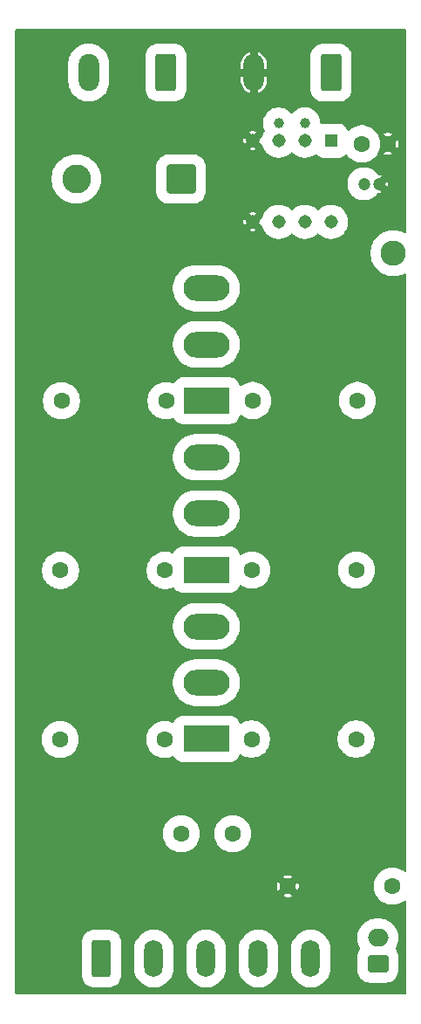
<source format=gbr>
G04 #@! TF.GenerationSoftware,KiCad,Pcbnew,9.0.3*
G04 #@! TF.CreationDate,2025-10-12T17:28:26-05:00*
G04 #@! TF.ProjectId,OSO-SWAT-C1,4f534f2d-5357-4415-942d-43312e6b6963,rev?*
G04 #@! TF.SameCoordinates,Original*
G04 #@! TF.FileFunction,Copper,L2,Inr*
G04 #@! TF.FilePolarity,Positive*
%FSLAX46Y46*%
G04 Gerber Fmt 4.6, Leading zero omitted, Abs format (unit mm)*
G04 Created by KiCad (PCBNEW 9.0.3) date 2025-10-12 17:28:26*
%MOMM*%
%LPD*%
G01*
G04 APERTURE LIST*
G04 Aperture macros list*
%AMRoundRect*
0 Rectangle with rounded corners*
0 $1 Rounding radius*
0 $2 $3 $4 $5 $6 $7 $8 $9 X,Y pos of 4 corners*
0 Add a 4 corners polygon primitive as box body*
4,1,4,$2,$3,$4,$5,$6,$7,$8,$9,$2,$3,0*
0 Add four circle primitives for the rounded corners*
1,1,$1+$1,$2,$3*
1,1,$1+$1,$4,$5*
1,1,$1+$1,$6,$7*
1,1,$1+$1,$8,$9*
0 Add four rect primitives between the rounded corners*
20,1,$1+$1,$2,$3,$4,$5,0*
20,1,$1+$1,$4,$5,$6,$7,0*
20,1,$1+$1,$6,$7,$8,$9,0*
20,1,$1+$1,$8,$9,$2,$3,0*%
G04 Aperture macros list end*
G04 #@! TA.AperFunction,ComponentPad*
%ADD10C,1.600000*%
G04 #@! TD*
G04 #@! TA.AperFunction,ComponentPad*
%ADD11O,2.000000X1.700000*%
G04 #@! TD*
G04 #@! TA.AperFunction,ComponentPad*
%ADD12RoundRect,0.250000X0.750000X-0.600000X0.750000X0.600000X-0.750000X0.600000X-0.750000X-0.600000X0*%
G04 #@! TD*
G04 #@! TA.AperFunction,ComponentPad*
%ADD13C,1.200000*%
G04 #@! TD*
G04 #@! TA.AperFunction,ComponentPad*
%ADD14R,4.500000X2.500000*%
G04 #@! TD*
G04 #@! TA.AperFunction,ComponentPad*
%ADD15O,4.500000X2.500000*%
G04 #@! TD*
G04 #@! TA.AperFunction,ComponentPad*
%ADD16RoundRect,0.250000X-0.650000X-1.550000X0.650000X-1.550000X0.650000X1.550000X-0.650000X1.550000X0*%
G04 #@! TD*
G04 #@! TA.AperFunction,ComponentPad*
%ADD17O,1.800000X3.600000*%
G04 #@! TD*
G04 #@! TA.AperFunction,ComponentPad*
%ADD18RoundRect,0.250001X1.149999X1.149999X-1.149999X1.149999X-1.149999X-1.149999X1.149999X-1.149999X0*%
G04 #@! TD*
G04 #@! TA.AperFunction,ComponentPad*
%ADD19C,2.800000*%
G04 #@! TD*
G04 #@! TA.AperFunction,ComponentPad*
%ADD20RoundRect,0.250000X0.750000X1.550000X-0.750000X1.550000X-0.750000X-1.550000X0.750000X-1.550000X0*%
G04 #@! TD*
G04 #@! TA.AperFunction,ComponentPad*
%ADD21O,2.000000X3.600000*%
G04 #@! TD*
G04 #@! TA.AperFunction,ComponentPad*
%ADD22R,1.308000X1.308000*%
G04 #@! TD*
G04 #@! TA.AperFunction,ComponentPad*
%ADD23C,1.308000*%
G04 #@! TD*
G04 #@! TA.AperFunction,ViaPad*
%ADD24C,0.600000*%
G04 #@! TD*
G04 #@! TA.AperFunction,ViaPad*
%ADD25C,2.450000*%
G04 #@! TD*
G04 #@! TA.AperFunction,ViaPad*
%ADD26C,1.000000*%
G04 #@! TD*
G04 APERTURE END LIST*
D10*
G04 #@! TO.N,GND*
G04 #@! TO.C,REF\u002A\u002A*
X106990000Y-154470000D03*
G04 #@! TO.N,INPUT*
X117150000Y-154470000D03*
G04 #@! TD*
D11*
G04 #@! TO.N,INPUT*
G04 #@! TO.C,REF\u002A\u002A*
X115730000Y-159470000D03*
D12*
X115730000Y-161970000D03*
G04 #@! TD*
D10*
G04 #@! TO.N,GND*
G04 #@! TO.C,REF\u002A\u002A*
X116685000Y-82470000D03*
G04 #@! TO.N,VCC*
X114185000Y-82470000D03*
G04 #@! TD*
D13*
G04 #@! TO.N,VCC*
G04 #@! TO.C,REF\u002A\u002A*
X114375000Y-86350000D03*
G04 #@! TO.N,GND*
X115875000Y-86350000D03*
G04 #@! TD*
D14*
G04 #@! TO.N,Gate1*
G04 #@! TO.C,REF\u002A\u002A*
X99065000Y-107380000D03*
D15*
G04 #@! TO.N,Drain*
X99065000Y-101930000D03*
G04 #@! TO.N,Source*
X99065000Y-96480000D03*
G04 #@! TD*
D10*
G04 #@! TO.N,Source*
G04 #@! TO.C,REF\u002A\u002A*
X84905000Y-123840000D03*
G04 #@! TO.N,Gate2*
X95065000Y-123840000D03*
G04 #@! TD*
G04 #@! TO.N,Gate3*
G04 #@! TO.C,REF\u002A\u002A*
X103455000Y-140200000D03*
G04 #@! TO.N,OUTPUT*
X113615000Y-140200000D03*
G04 #@! TD*
G04 #@! TO.N,Source*
G04 #@! TO.C,REF\u002A\u002A*
X84995000Y-107400000D03*
G04 #@! TO.N,Gate1*
X95155000Y-107400000D03*
G04 #@! TD*
D16*
G04 #@! TO.N,Source*
G04 #@! TO.C,REF\u002A\u002A*
X88887500Y-161487500D03*
D17*
G04 #@! TO.N,Gate3*
X93967500Y-161487500D03*
G04 #@! TO.N,Gate2*
X99047500Y-161487500D03*
G04 #@! TO.N,Gate1*
X104127500Y-161487500D03*
G04 #@! TO.N,Drain*
X109207500Y-161487500D03*
G04 #@! TD*
D18*
G04 #@! TO.N,Drain*
G04 #@! TO.C,REF\u002A\u002A*
X96600000Y-85880000D03*
D19*
G04 #@! TO.N,Source*
X86440000Y-85880000D03*
G04 #@! TD*
D14*
G04 #@! TO.N,Gate2*
G04 #@! TO.C,REF\u002A\u002A*
X99065000Y-123780000D03*
D15*
G04 #@! TO.N,Drain*
X99065000Y-118330000D03*
G04 #@! TO.N,Source*
X99065000Y-112880000D03*
G04 #@! TD*
D14*
G04 #@! TO.N,Gate3*
G04 #@! TO.C,REF\u002A\u002A*
X99065000Y-140180000D03*
D15*
G04 #@! TO.N,Drain*
X99065000Y-134730000D03*
G04 #@! TO.N,Source*
X99065000Y-129280000D03*
G04 #@! TD*
D20*
G04 #@! TO.N,VCC*
G04 #@! TO.C,REF\u002A\u002A*
X111180000Y-75570000D03*
D21*
G04 #@! TO.N,GND*
X103680000Y-75570000D03*
G04 #@! TD*
D10*
G04 #@! TO.N,Gate1*
G04 #@! TO.C,REF\u002A\u002A*
X103585000Y-107360000D03*
G04 #@! TO.N,OUTPUT*
X113745000Y-107360000D03*
G04 #@! TD*
G04 #@! TO.N,Gate2*
G04 #@! TO.C,REF\u002A\u002A*
X103495000Y-123800000D03*
G04 #@! TO.N,OUTPUT*
X113655000Y-123800000D03*
G04 #@! TD*
G04 #@! TO.N,Source*
G04 #@! TO.C,REF\u002A\u002A*
X96650000Y-149380000D03*
G04 #@! TO.N,Drain*
X101650000Y-149380000D03*
G04 #@! TD*
G04 #@! TO.N,Source*
G04 #@! TO.C,REF\u002A\u002A*
X84865000Y-140240000D03*
G04 #@! TO.N,Gate3*
X95025000Y-140240000D03*
G04 #@! TD*
D22*
G04 #@! TO.N,VCC*
G04 #@! TO.C,REF\u002A\u002A*
X111180000Y-82165000D03*
D23*
G04 #@! TO.N,INPUT*
X108640000Y-82165000D03*
G04 #@! TO.N,NC*
X106100000Y-82165000D03*
G04 #@! TO.N,GND*
X103560000Y-82165000D03*
X103560000Y-90035000D03*
G04 #@! TO.N,OUTPUT*
X106100000Y-90035000D03*
X108640000Y-90035000D03*
G04 #@! TO.N,VCC*
X111180000Y-90035000D03*
G04 #@! TD*
D20*
G04 #@! TO.N,Drain*
G04 #@! TO.C,REF\u002A\u002A*
X95150000Y-75557500D03*
D21*
G04 #@! TO.N,Source*
X87650000Y-75557500D03*
G04 #@! TD*
D24*
G04 #@! TO.N,GND*
X82250000Y-71775000D03*
X84850000Y-71775000D03*
X83550000Y-71775000D03*
X80950000Y-164075000D03*
X82250000Y-164075000D03*
X84850000Y-164075000D03*
X83550000Y-164075000D03*
X80950000Y-158875000D03*
X80950000Y-156275000D03*
X80950000Y-162775000D03*
X80950000Y-164075000D03*
X80950000Y-160175000D03*
X80950000Y-157575000D03*
X80950000Y-161475000D03*
X80950000Y-96475000D03*
X80950000Y-93875000D03*
X80950000Y-112075000D03*
X80950000Y-126375000D03*
X80950000Y-122475000D03*
X80950000Y-127675000D03*
X80950000Y-114675000D03*
X80950000Y-121175000D03*
X80950000Y-92575000D03*
X80950000Y-125075000D03*
X80950000Y-134175000D03*
X80950000Y-100375000D03*
X80950000Y-101675000D03*
X80950000Y-97775000D03*
X80950000Y-110775000D03*
X80950000Y-128975000D03*
X80950000Y-115975000D03*
X80950000Y-109475000D03*
X80950000Y-123775000D03*
X80950000Y-102975000D03*
X80950000Y-95175000D03*
X80950000Y-104275000D03*
X80950000Y-117275000D03*
X80950000Y-131575000D03*
X80950000Y-130275000D03*
X80950000Y-113375000D03*
X80950000Y-119875000D03*
X80950000Y-132875000D03*
X80950000Y-99075000D03*
X80950000Y-108175000D03*
X80950000Y-106875000D03*
X80950000Y-105575000D03*
X80950000Y-118575000D03*
X80950000Y-141975000D03*
X80950000Y-140675000D03*
X80950000Y-138075000D03*
X80950000Y-154975000D03*
X80950000Y-143275000D03*
X80950000Y-139375000D03*
X80950000Y-149775000D03*
X80950000Y-152375000D03*
X80950000Y-134175000D03*
X80950000Y-151075000D03*
X80950000Y-148475000D03*
X80950000Y-135475000D03*
X80950000Y-153675000D03*
X80950000Y-147175000D03*
X80950000Y-144575000D03*
X80950000Y-136775000D03*
X80950000Y-145875000D03*
X80950000Y-87375000D03*
X80950000Y-84775000D03*
X80950000Y-83475000D03*
X80950000Y-89975000D03*
X80950000Y-92575000D03*
X80950000Y-86075000D03*
X80950000Y-91275000D03*
X80950000Y-88675000D03*
X80950000Y-82175000D03*
X80950000Y-79575000D03*
X80950000Y-78275000D03*
X80950000Y-80875000D03*
X80950000Y-76975000D03*
X80950000Y-75675000D03*
X80950000Y-74375000D03*
X80950000Y-73075000D03*
X80950000Y-71775000D03*
D25*
G04 #@! TO.N,INPUT*
X117240000Y-93080000D03*
D26*
G04 #@! TO.N,GND*
X107370000Y-86100000D03*
G04 #@! TO.N,INPUT*
X108640000Y-80440000D03*
G04 #@! TO.N,NC*
X106100000Y-80450000D03*
G04 #@! TD*
G04 #@! TA.AperFunction,Conductor*
G04 #@! TO.N,GND*
G36*
X118412539Y-71350185D02*
G01*
X118458294Y-71402989D01*
X118469500Y-71454500D01*
X118469500Y-91005292D01*
X118449815Y-91072331D01*
X118397011Y-91118086D01*
X118327853Y-91128030D01*
X118283500Y-91112679D01*
X118226428Y-91079728D01*
X118226413Y-91079721D01*
X117956896Y-90968084D01*
X117816001Y-90930332D01*
X117675105Y-90892579D01*
X117675099Y-90892578D01*
X117675094Y-90892577D01*
X117385876Y-90854501D01*
X117385873Y-90854500D01*
X117385867Y-90854500D01*
X117094133Y-90854500D01*
X117094127Y-90854500D01*
X117094123Y-90854501D01*
X116804905Y-90892577D01*
X116804898Y-90892578D01*
X116804895Y-90892579D01*
X116769187Y-90902147D01*
X116523103Y-90968084D01*
X116253584Y-91079722D01*
X116253567Y-91079730D01*
X116000921Y-91225597D01*
X115769479Y-91403188D01*
X115769472Y-91403194D01*
X115563194Y-91609472D01*
X115563188Y-91609479D01*
X115385597Y-91840921D01*
X115239730Y-92093567D01*
X115239722Y-92093584D01*
X115128084Y-92363103D01*
X115052580Y-92644892D01*
X115052577Y-92644905D01*
X115014501Y-92934123D01*
X115014500Y-92934139D01*
X115014500Y-93225860D01*
X115014501Y-93225876D01*
X115052577Y-93515094D01*
X115052578Y-93515099D01*
X115052579Y-93515105D01*
X115052580Y-93515107D01*
X115128084Y-93796896D01*
X115239722Y-94066415D01*
X115239730Y-94066432D01*
X115327437Y-94218343D01*
X115385594Y-94319074D01*
X115385596Y-94319077D01*
X115385597Y-94319078D01*
X115563188Y-94550520D01*
X115563194Y-94550527D01*
X115769472Y-94756805D01*
X115769478Y-94756810D01*
X116000926Y-94934406D01*
X116102343Y-94992959D01*
X116253567Y-95080269D01*
X116253572Y-95080271D01*
X116253575Y-95080273D01*
X116253579Y-95080274D01*
X116253584Y-95080277D01*
X116322013Y-95108621D01*
X116523102Y-95191915D01*
X116804895Y-95267421D01*
X117094133Y-95305500D01*
X117094140Y-95305500D01*
X117385860Y-95305500D01*
X117385867Y-95305500D01*
X117675105Y-95267421D01*
X117956898Y-95191915D01*
X118226425Y-95080273D01*
X118272451Y-95053700D01*
X118283500Y-95047321D01*
X118351400Y-95030848D01*
X118417427Y-95053700D01*
X118460617Y-95108621D01*
X118469500Y-95154708D01*
X118469500Y-152961560D01*
X118449815Y-153028599D01*
X118397011Y-153074354D01*
X118327853Y-153084298D01*
X118270014Y-153059936D01*
X118152454Y-152969730D01*
X118152453Y-152969729D01*
X118152450Y-152969727D01*
X118070957Y-152922677D01*
X117948056Y-152851719D01*
X117948045Y-152851714D01*
X117729993Y-152761394D01*
X117502010Y-152700306D01*
X117268020Y-152669501D01*
X117268017Y-152669500D01*
X117268011Y-152669500D01*
X117031989Y-152669500D01*
X117031983Y-152669500D01*
X117031979Y-152669501D01*
X116797989Y-152700306D01*
X116570006Y-152761394D01*
X116351954Y-152851714D01*
X116351943Y-152851719D01*
X116147545Y-152969730D01*
X115960302Y-153113406D01*
X115960295Y-153113412D01*
X115793412Y-153280295D01*
X115793406Y-153280302D01*
X115649730Y-153467545D01*
X115531719Y-153671943D01*
X115531714Y-153671954D01*
X115441394Y-153890006D01*
X115380306Y-154117989D01*
X115349501Y-154351979D01*
X115349500Y-154351995D01*
X115349500Y-154588004D01*
X115349501Y-154588020D01*
X115380306Y-154822010D01*
X115441394Y-155049993D01*
X115531714Y-155268045D01*
X115531719Y-155268056D01*
X115602677Y-155390957D01*
X115649727Y-155472450D01*
X115649729Y-155472453D01*
X115649730Y-155472454D01*
X115793406Y-155659697D01*
X115793412Y-155659704D01*
X115960295Y-155826587D01*
X115960301Y-155826592D01*
X116147550Y-155970273D01*
X116278918Y-156046118D01*
X116351943Y-156088280D01*
X116351948Y-156088282D01*
X116351951Y-156088284D01*
X116570007Y-156178606D01*
X116797986Y-156239693D01*
X117031989Y-156270500D01*
X117031996Y-156270500D01*
X117268004Y-156270500D01*
X117268011Y-156270500D01*
X117502014Y-156239693D01*
X117729993Y-156178606D01*
X117948049Y-156088284D01*
X118152450Y-155970273D01*
X118270015Y-155880062D01*
X118335183Y-155854869D01*
X118403627Y-155868907D01*
X118453617Y-155917721D01*
X118469500Y-155978439D01*
X118469500Y-164845500D01*
X118449815Y-164912539D01*
X118397011Y-164958294D01*
X118345500Y-164969500D01*
X80624500Y-164969500D01*
X80557461Y-164949815D01*
X80511706Y-164897011D01*
X80500500Y-164845500D01*
X80500500Y-159873277D01*
X86987000Y-159873277D01*
X86987000Y-163101708D01*
X86987001Y-163101723D01*
X86997404Y-163233913D01*
X86997405Y-163233920D01*
X87052402Y-163452178D01*
X87052403Y-163452181D01*
X87145491Y-163657122D01*
X87145497Y-163657132D01*
X87273674Y-163842145D01*
X87273678Y-163842150D01*
X87273681Y-163842154D01*
X87432846Y-164001319D01*
X87432850Y-164001322D01*
X87432854Y-164001325D01*
X87569022Y-164095662D01*
X87617874Y-164129507D01*
X87822817Y-164222596D01*
X87822821Y-164222597D01*
X88041079Y-164277594D01*
X88041081Y-164277594D01*
X88041088Y-164277596D01*
X88173283Y-164288000D01*
X89601716Y-164287999D01*
X89733912Y-164277596D01*
X89952183Y-164222596D01*
X90157126Y-164129507D01*
X90342154Y-164001319D01*
X90501319Y-163842154D01*
X90629507Y-163657126D01*
X90722596Y-163452183D01*
X90777596Y-163233912D01*
X90788000Y-163101717D01*
X90787999Y-160462941D01*
X92067000Y-160462941D01*
X92067000Y-162512058D01*
X92067001Y-162512075D01*
X92099517Y-162759061D01*
X92163998Y-162999707D01*
X92259330Y-163229861D01*
X92259337Y-163229876D01*
X92383900Y-163445626D01*
X92535560Y-163643274D01*
X92535566Y-163643281D01*
X92711718Y-163819433D01*
X92711725Y-163819439D01*
X92909373Y-163971099D01*
X93125123Y-164095662D01*
X93125138Y-164095669D01*
X93224325Y-164136753D01*
X93355293Y-164191002D01*
X93595935Y-164255482D01*
X93842935Y-164288000D01*
X93842942Y-164288000D01*
X94092058Y-164288000D01*
X94092065Y-164288000D01*
X94339065Y-164255482D01*
X94579707Y-164191002D01*
X94809873Y-164095664D01*
X95025627Y-163971099D01*
X95223276Y-163819438D01*
X95399438Y-163643276D01*
X95551099Y-163445627D01*
X95675664Y-163229873D01*
X95771002Y-162999707D01*
X95835482Y-162759065D01*
X95868000Y-162512065D01*
X95868000Y-160462941D01*
X97147000Y-160462941D01*
X97147000Y-162512058D01*
X97147001Y-162512075D01*
X97179517Y-162759061D01*
X97243998Y-162999707D01*
X97339330Y-163229861D01*
X97339337Y-163229876D01*
X97463900Y-163445626D01*
X97615560Y-163643274D01*
X97615566Y-163643281D01*
X97791718Y-163819433D01*
X97791725Y-163819439D01*
X97989373Y-163971099D01*
X98205123Y-164095662D01*
X98205138Y-164095669D01*
X98304325Y-164136753D01*
X98435293Y-164191002D01*
X98675935Y-164255482D01*
X98922935Y-164288000D01*
X98922942Y-164288000D01*
X99172058Y-164288000D01*
X99172065Y-164288000D01*
X99419065Y-164255482D01*
X99659707Y-164191002D01*
X99889873Y-164095664D01*
X100105627Y-163971099D01*
X100303276Y-163819438D01*
X100479438Y-163643276D01*
X100631099Y-163445627D01*
X100755664Y-163229873D01*
X100851002Y-162999707D01*
X100915482Y-162759065D01*
X100948000Y-162512065D01*
X100948000Y-160462941D01*
X102227000Y-160462941D01*
X102227000Y-162512058D01*
X102227001Y-162512075D01*
X102259517Y-162759061D01*
X102323998Y-162999707D01*
X102419330Y-163229861D01*
X102419337Y-163229876D01*
X102543900Y-163445626D01*
X102695560Y-163643274D01*
X102695566Y-163643281D01*
X102871718Y-163819433D01*
X102871725Y-163819439D01*
X103069373Y-163971099D01*
X103285123Y-164095662D01*
X103285138Y-164095669D01*
X103384325Y-164136753D01*
X103515293Y-164191002D01*
X103755935Y-164255482D01*
X104002935Y-164288000D01*
X104002942Y-164288000D01*
X104252058Y-164288000D01*
X104252065Y-164288000D01*
X104499065Y-164255482D01*
X104739707Y-164191002D01*
X104969873Y-164095664D01*
X105185627Y-163971099D01*
X105383276Y-163819438D01*
X105559438Y-163643276D01*
X105711099Y-163445627D01*
X105835664Y-163229873D01*
X105931002Y-162999707D01*
X105995482Y-162759065D01*
X106028000Y-162512065D01*
X106028000Y-160462941D01*
X107307000Y-160462941D01*
X107307000Y-162512058D01*
X107307001Y-162512075D01*
X107339517Y-162759061D01*
X107403998Y-162999707D01*
X107499330Y-163229861D01*
X107499337Y-163229876D01*
X107623900Y-163445626D01*
X107775560Y-163643274D01*
X107775566Y-163643281D01*
X107951718Y-163819433D01*
X107951725Y-163819439D01*
X108149373Y-163971099D01*
X108365123Y-164095662D01*
X108365138Y-164095669D01*
X108464325Y-164136753D01*
X108595293Y-164191002D01*
X108835935Y-164255482D01*
X109082935Y-164288000D01*
X109082942Y-164288000D01*
X109332058Y-164288000D01*
X109332065Y-164288000D01*
X109579065Y-164255482D01*
X109819707Y-164191002D01*
X110049873Y-164095664D01*
X110265627Y-163971099D01*
X110463276Y-163819438D01*
X110639438Y-163643276D01*
X110791099Y-163445627D01*
X110915664Y-163229873D01*
X111011002Y-162999707D01*
X111075482Y-162759065D01*
X111108000Y-162512065D01*
X111108000Y-160462935D01*
X111075482Y-160215935D01*
X111011002Y-159975293D01*
X110915664Y-159745127D01*
X110826845Y-159591288D01*
X110791099Y-159529373D01*
X110707281Y-159420139D01*
X110652473Y-159348711D01*
X113729500Y-159348711D01*
X113729500Y-159591288D01*
X113761161Y-159831785D01*
X113823947Y-160066104D01*
X113916773Y-160290205D01*
X113916777Y-160290215D01*
X114009322Y-160450508D01*
X114025795Y-160518409D01*
X114003863Y-160583124D01*
X113887997Y-160750367D01*
X113887991Y-160750377D01*
X113794903Y-160955318D01*
X113794902Y-160955321D01*
X113739905Y-161173579D01*
X113739904Y-161173586D01*
X113729500Y-161305777D01*
X113729500Y-162634208D01*
X113729501Y-162634223D01*
X113739904Y-162766413D01*
X113739905Y-162766420D01*
X113794902Y-162984678D01*
X113794903Y-162984681D01*
X113887991Y-163189622D01*
X113887997Y-163189632D01*
X114016174Y-163374645D01*
X114016178Y-163374650D01*
X114016181Y-163374654D01*
X114175346Y-163533819D01*
X114175350Y-163533822D01*
X114175354Y-163533825D01*
X114314603Y-163630297D01*
X114360374Y-163662007D01*
X114565317Y-163755096D01*
X114565321Y-163755097D01*
X114783579Y-163810094D01*
X114783581Y-163810094D01*
X114783588Y-163810096D01*
X114915783Y-163820500D01*
X116544216Y-163820499D01*
X116676412Y-163810096D01*
X116894683Y-163755096D01*
X117099626Y-163662007D01*
X117284654Y-163533819D01*
X117443819Y-163374654D01*
X117572007Y-163189626D01*
X117665096Y-162984683D01*
X117720096Y-162766412D01*
X117730500Y-162634217D01*
X117730499Y-161305784D01*
X117720096Y-161173588D01*
X117665096Y-160955317D01*
X117572007Y-160750374D01*
X117572005Y-160750371D01*
X117572003Y-160750367D01*
X117456135Y-160583123D01*
X117434138Y-160516807D01*
X117450674Y-160450512D01*
X117543224Y-160290212D01*
X117636054Y-160066100D01*
X117698838Y-159831789D01*
X117730500Y-159591288D01*
X117730500Y-159348712D01*
X117698838Y-159108211D01*
X117636054Y-158873900D01*
X117543224Y-158649788D01*
X117421936Y-158439711D01*
X117274265Y-158247262D01*
X117274260Y-158247256D01*
X117102743Y-158075739D01*
X117102736Y-158075733D01*
X116910293Y-157928067D01*
X116910292Y-157928066D01*
X116910289Y-157928064D01*
X116700212Y-157806776D01*
X116700205Y-157806773D01*
X116476104Y-157713947D01*
X116241785Y-157651161D01*
X116001289Y-157619500D01*
X116001288Y-157619500D01*
X115458712Y-157619500D01*
X115458711Y-157619500D01*
X115218214Y-157651161D01*
X114983895Y-157713947D01*
X114759794Y-157806773D01*
X114759785Y-157806777D01*
X114549706Y-157928067D01*
X114357263Y-158075733D01*
X114357256Y-158075739D01*
X114185739Y-158247256D01*
X114185733Y-158247263D01*
X114038067Y-158439706D01*
X113916777Y-158649785D01*
X113916773Y-158649794D01*
X113823947Y-158873895D01*
X113761161Y-159108214D01*
X113729500Y-159348711D01*
X110652473Y-159348711D01*
X110639439Y-159331725D01*
X110639433Y-159331718D01*
X110463281Y-159155566D01*
X110463274Y-159155560D01*
X110265626Y-159003900D01*
X110049876Y-158879337D01*
X110049861Y-158879330D01*
X109819707Y-158783998D01*
X109579061Y-158719517D01*
X109332075Y-158687001D01*
X109332070Y-158687000D01*
X109332065Y-158687000D01*
X109082935Y-158687000D01*
X109082929Y-158687000D01*
X109082924Y-158687001D01*
X108835938Y-158719517D01*
X108595292Y-158783998D01*
X108365138Y-158879330D01*
X108365123Y-158879337D01*
X108149373Y-159003900D01*
X107951725Y-159155560D01*
X107951718Y-159155566D01*
X107775566Y-159331718D01*
X107775560Y-159331725D01*
X107623900Y-159529373D01*
X107499337Y-159745123D01*
X107499330Y-159745138D01*
X107403998Y-159975292D01*
X107339517Y-160215938D01*
X107307001Y-160462924D01*
X107307000Y-160462941D01*
X106028000Y-160462941D01*
X106028000Y-160462935D01*
X105995482Y-160215935D01*
X105931002Y-159975293D01*
X105835664Y-159745127D01*
X105746845Y-159591288D01*
X105711099Y-159529373D01*
X105559439Y-159331725D01*
X105559433Y-159331718D01*
X105383281Y-159155566D01*
X105383274Y-159155560D01*
X105185626Y-159003900D01*
X104969876Y-158879337D01*
X104969861Y-158879330D01*
X104739707Y-158783998D01*
X104499061Y-158719517D01*
X104252075Y-158687001D01*
X104252070Y-158687000D01*
X104252065Y-158687000D01*
X104002935Y-158687000D01*
X104002929Y-158687000D01*
X104002924Y-158687001D01*
X103755938Y-158719517D01*
X103515292Y-158783998D01*
X103285138Y-158879330D01*
X103285123Y-158879337D01*
X103069373Y-159003900D01*
X102871725Y-159155560D01*
X102871718Y-159155566D01*
X102695566Y-159331718D01*
X102695560Y-159331725D01*
X102543900Y-159529373D01*
X102419337Y-159745123D01*
X102419330Y-159745138D01*
X102323998Y-159975292D01*
X102259517Y-160215938D01*
X102227001Y-160462924D01*
X102227000Y-160462941D01*
X100948000Y-160462941D01*
X100948000Y-160462935D01*
X100915482Y-160215935D01*
X100851002Y-159975293D01*
X100755664Y-159745127D01*
X100666845Y-159591288D01*
X100631099Y-159529373D01*
X100479439Y-159331725D01*
X100479433Y-159331718D01*
X100303281Y-159155566D01*
X100303274Y-159155560D01*
X100105626Y-159003900D01*
X99889876Y-158879337D01*
X99889861Y-158879330D01*
X99659707Y-158783998D01*
X99419061Y-158719517D01*
X99172075Y-158687001D01*
X99172070Y-158687000D01*
X99172065Y-158687000D01*
X98922935Y-158687000D01*
X98922929Y-158687000D01*
X98922924Y-158687001D01*
X98675938Y-158719517D01*
X98435292Y-158783998D01*
X98205138Y-158879330D01*
X98205123Y-158879337D01*
X97989373Y-159003900D01*
X97791725Y-159155560D01*
X97791718Y-159155566D01*
X97615566Y-159331718D01*
X97615560Y-159331725D01*
X97463900Y-159529373D01*
X97339337Y-159745123D01*
X97339330Y-159745138D01*
X97243998Y-159975292D01*
X97179517Y-160215938D01*
X97147001Y-160462924D01*
X97147000Y-160462941D01*
X95868000Y-160462941D01*
X95868000Y-160462935D01*
X95835482Y-160215935D01*
X95771002Y-159975293D01*
X95675664Y-159745127D01*
X95586845Y-159591288D01*
X95551099Y-159529373D01*
X95399439Y-159331725D01*
X95399433Y-159331718D01*
X95223281Y-159155566D01*
X95223274Y-159155560D01*
X95025626Y-159003900D01*
X94809876Y-158879337D01*
X94809861Y-158879330D01*
X94579707Y-158783998D01*
X94339061Y-158719517D01*
X94092075Y-158687001D01*
X94092070Y-158687000D01*
X94092065Y-158687000D01*
X93842935Y-158687000D01*
X93842929Y-158687000D01*
X93842924Y-158687001D01*
X93595938Y-158719517D01*
X93355292Y-158783998D01*
X93125138Y-158879330D01*
X93125123Y-158879337D01*
X92909373Y-159003900D01*
X92711725Y-159155560D01*
X92711718Y-159155566D01*
X92535566Y-159331718D01*
X92535560Y-159331725D01*
X92383900Y-159529373D01*
X92259337Y-159745123D01*
X92259330Y-159745138D01*
X92163998Y-159975292D01*
X92099517Y-160215938D01*
X92067001Y-160462924D01*
X92067000Y-160462941D01*
X90787999Y-160462941D01*
X90787999Y-159873284D01*
X90777596Y-159741088D01*
X90722596Y-159522817D01*
X90629507Y-159317874D01*
X90597797Y-159272103D01*
X90501325Y-159132854D01*
X90501322Y-159132850D01*
X90501319Y-159132846D01*
X90342154Y-158973681D01*
X90342150Y-158973678D01*
X90342145Y-158973674D01*
X90157132Y-158845497D01*
X90157130Y-158845495D01*
X90157126Y-158845493D01*
X89952183Y-158752404D01*
X89952181Y-158752403D01*
X89952178Y-158752402D01*
X89733920Y-158697405D01*
X89733913Y-158697404D01*
X89689847Y-158693936D01*
X89601717Y-158687000D01*
X89601715Y-158687000D01*
X88173291Y-158687000D01*
X88173276Y-158687001D01*
X88041086Y-158697404D01*
X88041079Y-158697405D01*
X87822821Y-158752402D01*
X87822818Y-158752403D01*
X87617877Y-158845491D01*
X87617867Y-158845497D01*
X87432854Y-158973674D01*
X87432842Y-158973684D01*
X87273684Y-159132842D01*
X87273674Y-159132854D01*
X87145497Y-159317867D01*
X87145491Y-159317877D01*
X87052403Y-159522818D01*
X87052402Y-159522821D01*
X86997405Y-159741079D01*
X86997404Y-159741086D01*
X86987000Y-159873277D01*
X80500500Y-159873277D01*
X80500500Y-155428964D01*
X106561364Y-155428964D01*
X106683729Y-155479650D01*
X106683733Y-155479651D01*
X106886579Y-155519999D01*
X106886583Y-155520000D01*
X107093417Y-155520000D01*
X107093420Y-155519999D01*
X107296266Y-155479651D01*
X107296270Y-155479650D01*
X107418635Y-155428964D01*
X106990001Y-155000330D01*
X106990000Y-155000330D01*
X106561364Y-155428964D01*
X80500500Y-155428964D01*
X80500500Y-154366579D01*
X105940000Y-154366579D01*
X105940000Y-154573420D01*
X105980348Y-154776266D01*
X105980350Y-154776274D01*
X106031034Y-154898635D01*
X106459670Y-154470000D01*
X106459670Y-154469999D01*
X106407010Y-154417339D01*
X106590000Y-154417339D01*
X106590000Y-154522661D01*
X106617259Y-154624394D01*
X106669920Y-154715606D01*
X106744394Y-154790080D01*
X106835606Y-154842741D01*
X106937339Y-154870000D01*
X107042661Y-154870000D01*
X107144394Y-154842741D01*
X107235606Y-154790080D01*
X107310080Y-154715606D01*
X107362741Y-154624394D01*
X107390000Y-154522661D01*
X107390000Y-154469999D01*
X107520330Y-154469999D01*
X107520330Y-154470001D01*
X107948964Y-154898635D01*
X107999650Y-154776270D01*
X107999651Y-154776266D01*
X108039999Y-154573420D01*
X108040000Y-154573417D01*
X108040000Y-154366583D01*
X108039999Y-154366579D01*
X107999651Y-154163733D01*
X107999650Y-154163729D01*
X107948964Y-154041364D01*
X107520330Y-154469999D01*
X107390000Y-154469999D01*
X107390000Y-154417339D01*
X107362741Y-154315606D01*
X107310080Y-154224394D01*
X107235606Y-154149920D01*
X107144394Y-154097259D01*
X107042661Y-154070000D01*
X106937339Y-154070000D01*
X106835606Y-154097259D01*
X106744394Y-154149920D01*
X106669920Y-154224394D01*
X106617259Y-154315606D01*
X106590000Y-154417339D01*
X106407010Y-154417339D01*
X106031034Y-154041363D01*
X105980351Y-154163723D01*
X105980348Y-154163733D01*
X105940000Y-154366579D01*
X80500500Y-154366579D01*
X80500500Y-153511034D01*
X106561363Y-153511034D01*
X106990000Y-153939670D01*
X106990001Y-153939670D01*
X107418635Y-153511034D01*
X107296274Y-153460350D01*
X107296266Y-153460348D01*
X107093420Y-153420000D01*
X106886579Y-153420000D01*
X106683733Y-153460348D01*
X106683723Y-153460351D01*
X106561363Y-153511034D01*
X80500500Y-153511034D01*
X80500500Y-149261995D01*
X94849500Y-149261995D01*
X94849500Y-149498004D01*
X94849501Y-149498020D01*
X94880306Y-149732010D01*
X94941394Y-149959993D01*
X95031714Y-150178045D01*
X95031719Y-150178056D01*
X95102677Y-150300957D01*
X95149727Y-150382450D01*
X95149729Y-150382453D01*
X95149730Y-150382454D01*
X95293406Y-150569697D01*
X95293412Y-150569704D01*
X95460295Y-150736587D01*
X95460301Y-150736592D01*
X95647550Y-150880273D01*
X95778918Y-150956118D01*
X95851943Y-150998280D01*
X95851948Y-150998282D01*
X95851951Y-150998284D01*
X96070007Y-151088606D01*
X96297986Y-151149693D01*
X96531989Y-151180500D01*
X96531996Y-151180500D01*
X96768004Y-151180500D01*
X96768011Y-151180500D01*
X97002014Y-151149693D01*
X97229993Y-151088606D01*
X97448049Y-150998284D01*
X97652450Y-150880273D01*
X97839699Y-150736592D01*
X98006592Y-150569699D01*
X98150273Y-150382450D01*
X98268284Y-150178049D01*
X98358606Y-149959993D01*
X98419693Y-149732014D01*
X98450500Y-149498011D01*
X98450500Y-149261995D01*
X99849500Y-149261995D01*
X99849500Y-149498004D01*
X99849501Y-149498020D01*
X99880306Y-149732010D01*
X99941394Y-149959993D01*
X100031714Y-150178045D01*
X100031719Y-150178056D01*
X100102677Y-150300957D01*
X100149727Y-150382450D01*
X100149729Y-150382453D01*
X100149730Y-150382454D01*
X100293406Y-150569697D01*
X100293412Y-150569704D01*
X100460295Y-150736587D01*
X100460301Y-150736592D01*
X100647550Y-150880273D01*
X100778918Y-150956118D01*
X100851943Y-150998280D01*
X100851948Y-150998282D01*
X100851951Y-150998284D01*
X101070007Y-151088606D01*
X101297986Y-151149693D01*
X101531989Y-151180500D01*
X101531996Y-151180500D01*
X101768004Y-151180500D01*
X101768011Y-151180500D01*
X102002014Y-151149693D01*
X102229993Y-151088606D01*
X102448049Y-150998284D01*
X102652450Y-150880273D01*
X102839699Y-150736592D01*
X103006592Y-150569699D01*
X103150273Y-150382450D01*
X103268284Y-150178049D01*
X103358606Y-149959993D01*
X103419693Y-149732014D01*
X103450500Y-149498011D01*
X103450500Y-149261989D01*
X103419693Y-149027986D01*
X103358606Y-148800007D01*
X103268284Y-148581951D01*
X103268282Y-148581948D01*
X103268280Y-148581943D01*
X103226118Y-148508918D01*
X103150273Y-148377550D01*
X103006592Y-148190301D01*
X103006587Y-148190295D01*
X102839704Y-148023412D01*
X102839697Y-148023406D01*
X102652454Y-147879730D01*
X102652453Y-147879729D01*
X102652450Y-147879727D01*
X102570957Y-147832677D01*
X102448056Y-147761719D01*
X102448045Y-147761714D01*
X102229993Y-147671394D01*
X102002010Y-147610306D01*
X101768020Y-147579501D01*
X101768017Y-147579500D01*
X101768011Y-147579500D01*
X101531989Y-147579500D01*
X101531983Y-147579500D01*
X101531979Y-147579501D01*
X101297989Y-147610306D01*
X101070006Y-147671394D01*
X100851954Y-147761714D01*
X100851943Y-147761719D01*
X100647545Y-147879730D01*
X100460302Y-148023406D01*
X100460295Y-148023412D01*
X100293412Y-148190295D01*
X100293406Y-148190302D01*
X100149730Y-148377545D01*
X100031719Y-148581943D01*
X100031714Y-148581954D01*
X99941394Y-148800006D01*
X99880306Y-149027989D01*
X99849501Y-149261979D01*
X99849500Y-149261995D01*
X98450500Y-149261995D01*
X98450500Y-149261989D01*
X98419693Y-149027986D01*
X98358606Y-148800007D01*
X98268284Y-148581951D01*
X98268282Y-148581948D01*
X98268280Y-148581943D01*
X98226118Y-148508918D01*
X98150273Y-148377550D01*
X98006592Y-148190301D01*
X98006587Y-148190295D01*
X97839704Y-148023412D01*
X97839697Y-148023406D01*
X97652454Y-147879730D01*
X97652453Y-147879729D01*
X97652450Y-147879727D01*
X97570957Y-147832677D01*
X97448056Y-147761719D01*
X97448045Y-147761714D01*
X97229993Y-147671394D01*
X97002010Y-147610306D01*
X96768020Y-147579501D01*
X96768017Y-147579500D01*
X96768011Y-147579500D01*
X96531989Y-147579500D01*
X96531983Y-147579500D01*
X96531979Y-147579501D01*
X96297989Y-147610306D01*
X96070006Y-147671394D01*
X95851954Y-147761714D01*
X95851943Y-147761719D01*
X95647545Y-147879730D01*
X95460302Y-148023406D01*
X95460295Y-148023412D01*
X95293412Y-148190295D01*
X95293406Y-148190302D01*
X95149730Y-148377545D01*
X95031719Y-148581943D01*
X95031714Y-148581954D01*
X94941394Y-148800006D01*
X94880306Y-149027989D01*
X94849501Y-149261979D01*
X94849500Y-149261995D01*
X80500500Y-149261995D01*
X80500500Y-140121995D01*
X83064500Y-140121995D01*
X83064500Y-140358004D01*
X83064501Y-140358020D01*
X83095306Y-140592010D01*
X83156394Y-140819993D01*
X83246714Y-141038045D01*
X83246719Y-141038056D01*
X83317677Y-141160957D01*
X83364727Y-141242450D01*
X83364729Y-141242453D01*
X83364730Y-141242454D01*
X83508406Y-141429697D01*
X83508412Y-141429704D01*
X83675295Y-141596587D01*
X83675302Y-141596593D01*
X83780541Y-141677345D01*
X83862550Y-141740273D01*
X83993918Y-141816118D01*
X84066943Y-141858280D01*
X84066948Y-141858282D01*
X84066951Y-141858284D01*
X84285007Y-141948606D01*
X84512986Y-142009693D01*
X84746989Y-142040500D01*
X84746996Y-142040500D01*
X84983004Y-142040500D01*
X84983011Y-142040500D01*
X85217014Y-142009693D01*
X85444993Y-141948606D01*
X85663049Y-141858284D01*
X85867450Y-141740273D01*
X86054699Y-141596592D01*
X86221592Y-141429699D01*
X86365273Y-141242450D01*
X86483284Y-141038049D01*
X86573606Y-140819993D01*
X86634693Y-140592014D01*
X86665500Y-140358011D01*
X86665500Y-140121995D01*
X93224500Y-140121995D01*
X93224500Y-140358004D01*
X93224501Y-140358020D01*
X93255306Y-140592010D01*
X93316394Y-140819993D01*
X93406714Y-141038045D01*
X93406719Y-141038056D01*
X93477677Y-141160957D01*
X93524727Y-141242450D01*
X93524729Y-141242453D01*
X93524730Y-141242454D01*
X93668406Y-141429697D01*
X93668412Y-141429704D01*
X93835295Y-141596587D01*
X93835302Y-141596593D01*
X93940541Y-141677345D01*
X94022550Y-141740273D01*
X94153918Y-141816118D01*
X94226943Y-141858280D01*
X94226948Y-141858282D01*
X94226951Y-141858284D01*
X94445007Y-141948606D01*
X94672986Y-142009693D01*
X94906989Y-142040500D01*
X94906996Y-142040500D01*
X95143004Y-142040500D01*
X95143011Y-142040500D01*
X95377014Y-142009693D01*
X95604993Y-141948606D01*
X95789661Y-141872113D01*
X95859127Y-141864645D01*
X95921606Y-141895920D01*
X95947019Y-141929263D01*
X95957123Y-141948606D01*
X95975302Y-141983407D01*
X96021854Y-142040498D01*
X96103890Y-142141109D01*
X96197803Y-142217684D01*
X96261593Y-142269698D01*
X96441951Y-142363909D01*
X96637582Y-142419886D01*
X96756963Y-142430500D01*
X101373036Y-142430499D01*
X101492418Y-142419886D01*
X101688049Y-142363909D01*
X101868407Y-142269698D01*
X102026109Y-142141109D01*
X102154698Y-141983407D01*
X102248909Y-141803049D01*
X102259553Y-141765848D01*
X102296918Y-141706810D01*
X102360271Y-141677345D01*
X102429497Y-141686809D01*
X102448919Y-141698395D01*
X102449173Y-141698016D01*
X102452543Y-141700267D01*
X102452550Y-141700273D01*
X102452557Y-141700277D01*
X102656943Y-141818280D01*
X102656948Y-141818282D01*
X102656951Y-141818284D01*
X102875007Y-141908606D01*
X103102986Y-141969693D01*
X103336989Y-142000500D01*
X103336996Y-142000500D01*
X103573004Y-142000500D01*
X103573011Y-142000500D01*
X103807014Y-141969693D01*
X104034993Y-141908606D01*
X104253049Y-141818284D01*
X104457450Y-141700273D01*
X104644699Y-141556592D01*
X104811592Y-141389699D01*
X104955273Y-141202450D01*
X105073284Y-140998049D01*
X105163606Y-140779993D01*
X105224693Y-140552014D01*
X105255500Y-140318011D01*
X105255500Y-140081995D01*
X111814500Y-140081995D01*
X111814500Y-140318004D01*
X111814501Y-140318020D01*
X111845306Y-140552010D01*
X111906394Y-140779993D01*
X111996714Y-140998045D01*
X111996719Y-140998056D01*
X112067677Y-141120957D01*
X112114727Y-141202450D01*
X112114729Y-141202453D01*
X112114730Y-141202454D01*
X112258406Y-141389697D01*
X112258412Y-141389704D01*
X112425295Y-141556587D01*
X112425302Y-141556593D01*
X112477430Y-141596592D01*
X112612550Y-141700273D01*
X112726131Y-141765849D01*
X112816943Y-141818280D01*
X112816948Y-141818282D01*
X112816951Y-141818284D01*
X113035007Y-141908606D01*
X113262986Y-141969693D01*
X113496989Y-142000500D01*
X113496996Y-142000500D01*
X113733004Y-142000500D01*
X113733011Y-142000500D01*
X113967014Y-141969693D01*
X114194993Y-141908606D01*
X114413049Y-141818284D01*
X114617450Y-141700273D01*
X114804699Y-141556592D01*
X114971592Y-141389699D01*
X115115273Y-141202450D01*
X115233284Y-140998049D01*
X115323606Y-140779993D01*
X115384693Y-140552014D01*
X115415500Y-140318011D01*
X115415500Y-140081989D01*
X115384693Y-139847986D01*
X115323606Y-139620007D01*
X115233284Y-139401951D01*
X115233282Y-139401948D01*
X115233280Y-139401943D01*
X115191118Y-139328918D01*
X115115273Y-139197550D01*
X115002285Y-139050301D01*
X114971593Y-139010302D01*
X114971587Y-139010295D01*
X114804704Y-138843412D01*
X114804697Y-138843406D01*
X114617454Y-138699730D01*
X114617453Y-138699729D01*
X114617450Y-138699727D01*
X114535957Y-138652677D01*
X114413056Y-138581719D01*
X114413045Y-138581714D01*
X114194993Y-138491394D01*
X113967014Y-138430307D01*
X113967013Y-138430306D01*
X113967010Y-138430306D01*
X113733020Y-138399501D01*
X113733017Y-138399500D01*
X113733011Y-138399500D01*
X113496989Y-138399500D01*
X113496983Y-138399500D01*
X113496979Y-138399501D01*
X113262989Y-138430306D01*
X113035006Y-138491394D01*
X112816954Y-138581714D01*
X112816943Y-138581719D01*
X112612545Y-138699730D01*
X112425302Y-138843406D01*
X112425295Y-138843412D01*
X112258412Y-139010295D01*
X112258406Y-139010302D01*
X112114730Y-139197545D01*
X111996719Y-139401943D01*
X111996714Y-139401954D01*
X111906394Y-139620006D01*
X111845306Y-139847989D01*
X111814501Y-140081979D01*
X111814500Y-140081995D01*
X105255500Y-140081995D01*
X105255500Y-140081989D01*
X105224693Y-139847986D01*
X105163606Y-139620007D01*
X105073284Y-139401951D01*
X105073282Y-139401948D01*
X105073280Y-139401943D01*
X105031118Y-139328918D01*
X104955273Y-139197550D01*
X104842285Y-139050301D01*
X104811593Y-139010302D01*
X104811587Y-139010295D01*
X104644704Y-138843412D01*
X104644697Y-138843406D01*
X104457454Y-138699730D01*
X104457453Y-138699729D01*
X104457450Y-138699727D01*
X104375957Y-138652677D01*
X104253056Y-138581719D01*
X104253045Y-138581714D01*
X104034993Y-138491394D01*
X103807014Y-138430307D01*
X103807013Y-138430306D01*
X103807010Y-138430306D01*
X103573020Y-138399501D01*
X103573017Y-138399500D01*
X103573011Y-138399500D01*
X103336989Y-138399500D01*
X103336983Y-138399500D01*
X103336979Y-138399501D01*
X103102989Y-138430306D01*
X102875006Y-138491394D01*
X102656954Y-138581714D01*
X102656943Y-138581719D01*
X102450371Y-138700984D01*
X102382471Y-138717457D01*
X102316444Y-138694604D01*
X102273253Y-138639683D01*
X102269155Y-138627708D01*
X102267440Y-138621716D01*
X102255995Y-138581714D01*
X102248910Y-138556954D01*
X102248909Y-138556953D01*
X102248909Y-138556951D01*
X102154698Y-138376593D01*
X102102684Y-138312803D01*
X102026109Y-138218890D01*
X101868409Y-138090304D01*
X101868410Y-138090304D01*
X101868407Y-138090302D01*
X101688049Y-137996091D01*
X101688048Y-137996090D01*
X101688045Y-137996089D01*
X101570829Y-137962550D01*
X101492418Y-137940114D01*
X101492415Y-137940113D01*
X101492413Y-137940113D01*
X101426102Y-137934217D01*
X101373037Y-137929500D01*
X101373032Y-137929500D01*
X96756971Y-137929500D01*
X96756965Y-137929500D01*
X96756964Y-137929501D01*
X96745316Y-137930536D01*
X96637584Y-137940113D01*
X96441954Y-137996089D01*
X96351772Y-138043196D01*
X96261593Y-138090302D01*
X96261591Y-138090303D01*
X96261590Y-138090304D01*
X96103890Y-138218890D01*
X95975304Y-138376590D01*
X95975302Y-138376593D01*
X95926350Y-138470307D01*
X95895488Y-138529390D01*
X95847001Y-138579697D01*
X95779013Y-138595804D01*
X95738127Y-138586539D01*
X95604996Y-138531395D01*
X95604994Y-138531394D01*
X95604993Y-138531394D01*
X95377014Y-138470307D01*
X95377013Y-138470306D01*
X95377010Y-138470306D01*
X95143020Y-138439501D01*
X95143017Y-138439500D01*
X95143011Y-138439500D01*
X94906989Y-138439500D01*
X94906983Y-138439500D01*
X94906979Y-138439501D01*
X94672989Y-138470306D01*
X94445006Y-138531394D01*
X94226954Y-138621714D01*
X94226943Y-138621719D01*
X94022545Y-138739730D01*
X93835302Y-138883406D01*
X93835295Y-138883412D01*
X93668412Y-139050295D01*
X93668406Y-139050302D01*
X93524730Y-139237545D01*
X93406719Y-139441943D01*
X93406714Y-139441954D01*
X93316394Y-139660006D01*
X93255306Y-139887989D01*
X93224501Y-140121979D01*
X93224500Y-140121995D01*
X86665500Y-140121995D01*
X86665500Y-140121989D01*
X86634693Y-139887986D01*
X86573606Y-139660007D01*
X86483284Y-139441951D01*
X86483282Y-139441948D01*
X86483280Y-139441943D01*
X86441118Y-139368918D01*
X86365273Y-139237550D01*
X86221592Y-139050301D01*
X86221587Y-139050295D01*
X86054704Y-138883412D01*
X86054697Y-138883406D01*
X85867454Y-138739730D01*
X85867453Y-138739729D01*
X85867450Y-138739727D01*
X85785957Y-138692677D01*
X85663056Y-138621719D01*
X85663045Y-138621714D01*
X85444993Y-138531394D01*
X85217010Y-138470306D01*
X84983020Y-138439501D01*
X84983017Y-138439500D01*
X84983011Y-138439500D01*
X84746989Y-138439500D01*
X84746983Y-138439500D01*
X84746979Y-138439501D01*
X84512989Y-138470306D01*
X84285006Y-138531394D01*
X84066954Y-138621714D01*
X84066943Y-138621719D01*
X83862545Y-138739730D01*
X83675302Y-138883406D01*
X83675295Y-138883412D01*
X83508412Y-139050295D01*
X83508406Y-139050302D01*
X83364730Y-139237545D01*
X83246719Y-139441943D01*
X83246714Y-139441954D01*
X83156394Y-139660006D01*
X83095306Y-139887989D01*
X83064501Y-140121979D01*
X83064500Y-140121995D01*
X80500500Y-140121995D01*
X80500500Y-134582486D01*
X95814500Y-134582486D01*
X95814500Y-134877513D01*
X95846571Y-135121113D01*
X95853007Y-135169993D01*
X95853008Y-135169995D01*
X95929361Y-135454951D01*
X95929364Y-135454961D01*
X96042254Y-135727500D01*
X96042258Y-135727510D01*
X96189761Y-135982993D01*
X96369352Y-136217040D01*
X96369358Y-136217047D01*
X96577952Y-136425641D01*
X96577959Y-136425647D01*
X96812006Y-136605238D01*
X97067489Y-136752741D01*
X97067490Y-136752741D01*
X97067493Y-136752743D01*
X97340048Y-136865639D01*
X97625007Y-136941993D01*
X97917494Y-136980500D01*
X97917501Y-136980500D01*
X100212499Y-136980500D01*
X100212506Y-136980500D01*
X100504993Y-136941993D01*
X100789952Y-136865639D01*
X101062507Y-136752743D01*
X101317994Y-136605238D01*
X101552042Y-136425646D01*
X101760646Y-136217042D01*
X101940238Y-135982994D01*
X102087743Y-135727507D01*
X102200639Y-135454952D01*
X102276993Y-135169993D01*
X102315500Y-134877506D01*
X102315500Y-134582494D01*
X102276993Y-134290007D01*
X102200639Y-134005048D01*
X102087743Y-133732493D01*
X101940238Y-133477006D01*
X101760646Y-133242958D01*
X101760641Y-133242952D01*
X101552047Y-133034358D01*
X101552040Y-133034352D01*
X101317993Y-132854761D01*
X101062510Y-132707258D01*
X101062500Y-132707254D01*
X100789961Y-132594364D01*
X100789954Y-132594362D01*
X100789952Y-132594361D01*
X100504993Y-132518007D01*
X100456113Y-132511571D01*
X100212513Y-132479500D01*
X100212506Y-132479500D01*
X97917494Y-132479500D01*
X97917486Y-132479500D01*
X97639085Y-132516153D01*
X97625007Y-132518007D01*
X97340048Y-132594361D01*
X97340038Y-132594364D01*
X97067499Y-132707254D01*
X97067489Y-132707258D01*
X96812006Y-132854761D01*
X96577959Y-133034352D01*
X96577952Y-133034358D01*
X96369358Y-133242952D01*
X96369352Y-133242959D01*
X96189761Y-133477006D01*
X96042258Y-133732489D01*
X96042254Y-133732499D01*
X95929364Y-134005038D01*
X95929361Y-134005048D01*
X95853008Y-134290004D01*
X95853006Y-134290015D01*
X95814500Y-134582486D01*
X80500500Y-134582486D01*
X80500500Y-129132486D01*
X95814500Y-129132486D01*
X95814500Y-129427513D01*
X95846571Y-129671113D01*
X95853007Y-129719993D01*
X95853008Y-129719995D01*
X95929361Y-130004951D01*
X95929364Y-130004961D01*
X96042254Y-130277500D01*
X96042258Y-130277510D01*
X96189761Y-130532993D01*
X96369352Y-130767040D01*
X96369358Y-130767047D01*
X96577952Y-130975641D01*
X96577959Y-130975647D01*
X96812006Y-131155238D01*
X97067489Y-131302741D01*
X97067490Y-131302741D01*
X97067493Y-131302743D01*
X97340048Y-131415639D01*
X97625007Y-131491993D01*
X97917494Y-131530500D01*
X97917501Y-131530500D01*
X100212499Y-131530500D01*
X100212506Y-131530500D01*
X100504993Y-131491993D01*
X100789952Y-131415639D01*
X101062507Y-131302743D01*
X101317994Y-131155238D01*
X101552042Y-130975646D01*
X101760646Y-130767042D01*
X101940238Y-130532994D01*
X102087743Y-130277507D01*
X102200639Y-130004952D01*
X102276993Y-129719993D01*
X102315500Y-129427506D01*
X102315500Y-129132494D01*
X102276993Y-128840007D01*
X102200639Y-128555048D01*
X102087743Y-128282493D01*
X101940238Y-128027006D01*
X101760646Y-127792958D01*
X101760641Y-127792952D01*
X101552047Y-127584358D01*
X101552040Y-127584352D01*
X101317993Y-127404761D01*
X101062510Y-127257258D01*
X101062500Y-127257254D01*
X100789961Y-127144364D01*
X100789954Y-127144362D01*
X100789952Y-127144361D01*
X100504993Y-127068007D01*
X100456113Y-127061571D01*
X100212513Y-127029500D01*
X100212506Y-127029500D01*
X97917494Y-127029500D01*
X97917486Y-127029500D01*
X97639085Y-127066153D01*
X97625007Y-127068007D01*
X97340048Y-127144361D01*
X97340038Y-127144364D01*
X97067499Y-127257254D01*
X97067489Y-127257258D01*
X96812006Y-127404761D01*
X96577959Y-127584352D01*
X96577952Y-127584358D01*
X96369358Y-127792952D01*
X96369352Y-127792959D01*
X96189761Y-128027006D01*
X96042258Y-128282489D01*
X96042254Y-128282499D01*
X95929364Y-128555038D01*
X95929361Y-128555048D01*
X95853008Y-128840004D01*
X95853006Y-128840015D01*
X95814500Y-129132486D01*
X80500500Y-129132486D01*
X80500500Y-123721995D01*
X83104500Y-123721995D01*
X83104500Y-123958004D01*
X83104501Y-123958020D01*
X83135306Y-124192010D01*
X83196394Y-124419993D01*
X83286714Y-124638045D01*
X83286719Y-124638056D01*
X83357677Y-124760957D01*
X83404727Y-124842450D01*
X83404729Y-124842453D01*
X83404730Y-124842454D01*
X83548406Y-125029697D01*
X83548412Y-125029704D01*
X83715295Y-125196587D01*
X83715302Y-125196593D01*
X83825306Y-125281001D01*
X83902550Y-125340273D01*
X84033918Y-125416118D01*
X84106943Y-125458280D01*
X84106948Y-125458282D01*
X84106951Y-125458284D01*
X84325007Y-125548606D01*
X84552986Y-125609693D01*
X84786989Y-125640500D01*
X84786996Y-125640500D01*
X85023004Y-125640500D01*
X85023011Y-125640500D01*
X85257014Y-125609693D01*
X85484993Y-125548606D01*
X85703049Y-125458284D01*
X85907450Y-125340273D01*
X86094699Y-125196592D01*
X86261592Y-125029699D01*
X86405273Y-124842450D01*
X86523284Y-124638049D01*
X86613606Y-124419993D01*
X86674693Y-124192014D01*
X86705500Y-123958011D01*
X86705500Y-123721995D01*
X93264500Y-123721995D01*
X93264500Y-123958004D01*
X93264501Y-123958020D01*
X93295306Y-124192010D01*
X93356394Y-124419993D01*
X93446714Y-124638045D01*
X93446719Y-124638056D01*
X93517677Y-124760957D01*
X93564727Y-124842450D01*
X93564729Y-124842453D01*
X93564730Y-124842454D01*
X93708406Y-125029697D01*
X93708412Y-125029704D01*
X93875295Y-125196587D01*
X93875302Y-125196593D01*
X93985306Y-125281001D01*
X94062550Y-125340273D01*
X94193918Y-125416118D01*
X94266943Y-125458280D01*
X94266948Y-125458282D01*
X94266951Y-125458284D01*
X94485007Y-125548606D01*
X94712986Y-125609693D01*
X94946989Y-125640500D01*
X94946996Y-125640500D01*
X95183004Y-125640500D01*
X95183011Y-125640500D01*
X95417014Y-125609693D01*
X95644993Y-125548606D01*
X95796774Y-125485735D01*
X95866242Y-125478267D01*
X95928722Y-125509542D01*
X95954134Y-125542885D01*
X95975299Y-125583403D01*
X96103890Y-125741109D01*
X96197803Y-125817684D01*
X96261593Y-125869698D01*
X96441951Y-125963909D01*
X96637582Y-126019886D01*
X96756963Y-126030500D01*
X101373036Y-126030499D01*
X101492418Y-126019886D01*
X101688049Y-125963909D01*
X101868407Y-125869698D01*
X102026109Y-125741109D01*
X102154698Y-125583407D01*
X102248909Y-125403049D01*
X102266755Y-125340678D01*
X102304122Y-125281641D01*
X102367475Y-125252177D01*
X102436701Y-125261642D01*
X102461453Y-125276411D01*
X102492550Y-125300273D01*
X102492557Y-125300277D01*
X102696943Y-125418280D01*
X102696948Y-125418282D01*
X102696951Y-125418284D01*
X102915007Y-125508606D01*
X103142986Y-125569693D01*
X103376989Y-125600500D01*
X103376996Y-125600500D01*
X103613004Y-125600500D01*
X103613011Y-125600500D01*
X103847014Y-125569693D01*
X104074993Y-125508606D01*
X104293049Y-125418284D01*
X104497450Y-125300273D01*
X104684699Y-125156592D01*
X104851592Y-124989699D01*
X104995273Y-124802450D01*
X105113284Y-124598049D01*
X105203606Y-124379993D01*
X105264693Y-124152014D01*
X105295500Y-123918011D01*
X105295500Y-123681995D01*
X111854500Y-123681995D01*
X111854500Y-123918004D01*
X111854501Y-123918020D01*
X111885306Y-124152010D01*
X111946394Y-124379993D01*
X112036714Y-124598045D01*
X112036719Y-124598056D01*
X112107677Y-124720957D01*
X112154727Y-124802450D01*
X112154729Y-124802453D01*
X112154730Y-124802454D01*
X112298406Y-124989697D01*
X112298412Y-124989704D01*
X112465295Y-125156587D01*
X112465302Y-125156593D01*
X112517430Y-125196592D01*
X112652550Y-125300273D01*
X112783918Y-125376118D01*
X112856943Y-125418280D01*
X112856948Y-125418282D01*
X112856951Y-125418284D01*
X113075007Y-125508606D01*
X113302986Y-125569693D01*
X113536989Y-125600500D01*
X113536996Y-125600500D01*
X113773004Y-125600500D01*
X113773011Y-125600500D01*
X114007014Y-125569693D01*
X114234993Y-125508606D01*
X114453049Y-125418284D01*
X114657450Y-125300273D01*
X114844699Y-125156592D01*
X115011592Y-124989699D01*
X115155273Y-124802450D01*
X115273284Y-124598049D01*
X115363606Y-124379993D01*
X115424693Y-124152014D01*
X115455500Y-123918011D01*
X115455500Y-123681989D01*
X115424693Y-123447986D01*
X115363606Y-123220007D01*
X115273284Y-123001951D01*
X115273282Y-123001948D01*
X115273280Y-123001943D01*
X115231118Y-122928918D01*
X115155273Y-122797550D01*
X115042285Y-122650301D01*
X115011593Y-122610302D01*
X115011587Y-122610295D01*
X114844704Y-122443412D01*
X114844697Y-122443406D01*
X114657454Y-122299730D01*
X114657453Y-122299729D01*
X114657450Y-122299727D01*
X114574991Y-122252119D01*
X114453056Y-122181719D01*
X114453045Y-122181714D01*
X114234993Y-122091394D01*
X114007014Y-122030307D01*
X114007013Y-122030306D01*
X114007010Y-122030306D01*
X113773020Y-121999501D01*
X113773017Y-121999500D01*
X113773011Y-121999500D01*
X113536989Y-121999500D01*
X113536983Y-121999500D01*
X113536979Y-121999501D01*
X113302989Y-122030306D01*
X113075006Y-122091394D01*
X112856954Y-122181714D01*
X112856943Y-122181719D01*
X112688928Y-122278724D01*
X112652554Y-122299725D01*
X112652545Y-122299730D01*
X112465302Y-122443406D01*
X112465295Y-122443412D01*
X112298412Y-122610295D01*
X112298406Y-122610302D01*
X112154730Y-122797545D01*
X112036719Y-123001943D01*
X112036714Y-123001954D01*
X111946394Y-123220006D01*
X111885306Y-123447989D01*
X111854501Y-123681979D01*
X111854500Y-123681995D01*
X105295500Y-123681995D01*
X105295500Y-123681989D01*
X105264693Y-123447986D01*
X105203606Y-123220007D01*
X105113284Y-123001951D01*
X105113282Y-123001948D01*
X105113280Y-123001943D01*
X105071118Y-122928918D01*
X104995273Y-122797550D01*
X104882285Y-122650301D01*
X104851593Y-122610302D01*
X104851587Y-122610295D01*
X104684704Y-122443412D01*
X104684697Y-122443406D01*
X104497454Y-122299730D01*
X104497453Y-122299729D01*
X104497450Y-122299727D01*
X104414991Y-122252119D01*
X104293056Y-122181719D01*
X104293045Y-122181714D01*
X104074993Y-122091394D01*
X103847014Y-122030307D01*
X103847013Y-122030306D01*
X103847010Y-122030306D01*
X103613020Y-121999501D01*
X103613017Y-121999500D01*
X103613011Y-121999500D01*
X103376989Y-121999500D01*
X103376983Y-121999500D01*
X103376979Y-121999501D01*
X103142989Y-122030306D01*
X102915006Y-122091394D01*
X102696954Y-122181714D01*
X102696943Y-122181719D01*
X102492551Y-122299725D01*
X102470840Y-122316385D01*
X102405670Y-122341578D01*
X102337225Y-122327539D01*
X102287237Y-122278724D01*
X102276142Y-122252126D01*
X102248909Y-122156951D01*
X102154698Y-121976593D01*
X102102684Y-121912803D01*
X102026109Y-121818890D01*
X101868409Y-121690304D01*
X101868410Y-121690304D01*
X101868407Y-121690302D01*
X101688049Y-121596091D01*
X101688048Y-121596090D01*
X101688045Y-121596089D01*
X101570829Y-121562550D01*
X101492418Y-121540114D01*
X101492415Y-121540113D01*
X101492413Y-121540113D01*
X101426102Y-121534217D01*
X101373037Y-121529500D01*
X101373032Y-121529500D01*
X96756971Y-121529500D01*
X96756965Y-121529500D01*
X96756964Y-121529501D01*
X96745316Y-121530536D01*
X96637584Y-121540113D01*
X96441954Y-121596089D01*
X96351772Y-121643196D01*
X96261593Y-121690302D01*
X96261591Y-121690303D01*
X96261590Y-121690304D01*
X96103890Y-121818890D01*
X95975302Y-121976593D01*
X95975300Y-121976595D01*
X95902602Y-122115768D01*
X95854116Y-122166075D01*
X95786128Y-122182182D01*
X95745242Y-122172917D01*
X95645000Y-122131396D01*
X95417010Y-122070306D01*
X95183020Y-122039501D01*
X95183017Y-122039500D01*
X95183011Y-122039500D01*
X94946989Y-122039500D01*
X94946983Y-122039500D01*
X94946979Y-122039501D01*
X94712989Y-122070306D01*
X94485006Y-122131394D01*
X94266954Y-122221714D01*
X94266943Y-122221719D01*
X94062545Y-122339730D01*
X93875302Y-122483406D01*
X93875295Y-122483412D01*
X93708412Y-122650295D01*
X93708406Y-122650302D01*
X93564730Y-122837545D01*
X93446719Y-123041943D01*
X93446714Y-123041954D01*
X93356394Y-123260006D01*
X93295306Y-123487989D01*
X93264501Y-123721979D01*
X93264500Y-123721995D01*
X86705500Y-123721995D01*
X86705500Y-123721989D01*
X86674693Y-123487986D01*
X86613606Y-123260007D01*
X86523284Y-123041951D01*
X86523282Y-123041948D01*
X86523280Y-123041943D01*
X86481118Y-122968918D01*
X86405273Y-122837550D01*
X86261592Y-122650301D01*
X86261587Y-122650295D01*
X86094704Y-122483412D01*
X86094697Y-122483406D01*
X85907454Y-122339730D01*
X85907453Y-122339729D01*
X85907450Y-122339727D01*
X85801790Y-122278724D01*
X85703056Y-122221719D01*
X85703045Y-122221714D01*
X85484993Y-122131394D01*
X85257010Y-122070306D01*
X85023020Y-122039501D01*
X85023017Y-122039500D01*
X85023011Y-122039500D01*
X84786989Y-122039500D01*
X84786983Y-122039500D01*
X84786979Y-122039501D01*
X84552989Y-122070306D01*
X84325006Y-122131394D01*
X84106954Y-122221714D01*
X84106943Y-122221719D01*
X83902545Y-122339730D01*
X83715302Y-122483406D01*
X83715295Y-122483412D01*
X83548412Y-122650295D01*
X83548406Y-122650302D01*
X83404730Y-122837545D01*
X83286719Y-123041943D01*
X83286714Y-123041954D01*
X83196394Y-123260006D01*
X83135306Y-123487989D01*
X83104501Y-123721979D01*
X83104500Y-123721995D01*
X80500500Y-123721995D01*
X80500500Y-118182486D01*
X95814500Y-118182486D01*
X95814500Y-118477513D01*
X95846571Y-118721113D01*
X95853007Y-118769993D01*
X95853008Y-118769995D01*
X95929361Y-119054951D01*
X95929364Y-119054961D01*
X96042254Y-119327500D01*
X96042258Y-119327510D01*
X96189761Y-119582993D01*
X96369352Y-119817040D01*
X96369358Y-119817047D01*
X96577952Y-120025641D01*
X96577959Y-120025647D01*
X96812006Y-120205238D01*
X97067489Y-120352741D01*
X97067490Y-120352741D01*
X97067493Y-120352743D01*
X97340048Y-120465639D01*
X97625007Y-120541993D01*
X97917494Y-120580500D01*
X97917501Y-120580500D01*
X100212499Y-120580500D01*
X100212506Y-120580500D01*
X100504993Y-120541993D01*
X100789952Y-120465639D01*
X101062507Y-120352743D01*
X101317994Y-120205238D01*
X101552042Y-120025646D01*
X101760646Y-119817042D01*
X101940238Y-119582994D01*
X102087743Y-119327507D01*
X102200639Y-119054952D01*
X102276993Y-118769993D01*
X102315500Y-118477506D01*
X102315500Y-118182494D01*
X102276993Y-117890007D01*
X102200639Y-117605048D01*
X102087743Y-117332493D01*
X101940238Y-117077006D01*
X101760646Y-116842958D01*
X101760641Y-116842952D01*
X101552047Y-116634358D01*
X101552040Y-116634352D01*
X101317993Y-116454761D01*
X101062510Y-116307258D01*
X101062500Y-116307254D01*
X100789961Y-116194364D01*
X100789954Y-116194362D01*
X100789952Y-116194361D01*
X100504993Y-116118007D01*
X100456113Y-116111571D01*
X100212513Y-116079500D01*
X100212506Y-116079500D01*
X97917494Y-116079500D01*
X97917486Y-116079500D01*
X97639085Y-116116153D01*
X97625007Y-116118007D01*
X97340048Y-116194361D01*
X97340038Y-116194364D01*
X97067499Y-116307254D01*
X97067489Y-116307258D01*
X96812006Y-116454761D01*
X96577959Y-116634352D01*
X96577952Y-116634358D01*
X96369358Y-116842952D01*
X96369352Y-116842959D01*
X96189761Y-117077006D01*
X96042258Y-117332489D01*
X96042254Y-117332499D01*
X95929364Y-117605038D01*
X95929361Y-117605048D01*
X95853008Y-117890004D01*
X95853006Y-117890015D01*
X95814500Y-118182486D01*
X80500500Y-118182486D01*
X80500500Y-112732486D01*
X95814500Y-112732486D01*
X95814500Y-113027513D01*
X95846571Y-113271113D01*
X95853007Y-113319993D01*
X95853008Y-113319995D01*
X95929361Y-113604951D01*
X95929364Y-113604961D01*
X96042254Y-113877500D01*
X96042258Y-113877510D01*
X96189761Y-114132993D01*
X96369352Y-114367040D01*
X96369358Y-114367047D01*
X96577952Y-114575641D01*
X96577959Y-114575647D01*
X96812006Y-114755238D01*
X97067489Y-114902741D01*
X97067490Y-114902741D01*
X97067493Y-114902743D01*
X97340048Y-115015639D01*
X97625007Y-115091993D01*
X97917494Y-115130500D01*
X97917501Y-115130500D01*
X100212499Y-115130500D01*
X100212506Y-115130500D01*
X100504993Y-115091993D01*
X100789952Y-115015639D01*
X101062507Y-114902743D01*
X101317994Y-114755238D01*
X101552042Y-114575646D01*
X101760646Y-114367042D01*
X101940238Y-114132994D01*
X102087743Y-113877507D01*
X102200639Y-113604952D01*
X102276993Y-113319993D01*
X102315500Y-113027506D01*
X102315500Y-112732494D01*
X102276993Y-112440007D01*
X102200639Y-112155048D01*
X102087743Y-111882493D01*
X101940238Y-111627006D01*
X101760646Y-111392958D01*
X101760641Y-111392952D01*
X101552047Y-111184358D01*
X101552040Y-111184352D01*
X101317993Y-111004761D01*
X101062510Y-110857258D01*
X101062500Y-110857254D01*
X100789961Y-110744364D01*
X100789954Y-110744362D01*
X100789952Y-110744361D01*
X100504993Y-110668007D01*
X100456113Y-110661571D01*
X100212513Y-110629500D01*
X100212506Y-110629500D01*
X97917494Y-110629500D01*
X97917486Y-110629500D01*
X97639085Y-110666153D01*
X97625007Y-110668007D01*
X97340048Y-110744361D01*
X97340038Y-110744364D01*
X97067499Y-110857254D01*
X97067489Y-110857258D01*
X96812006Y-111004761D01*
X96577959Y-111184352D01*
X96577952Y-111184358D01*
X96369358Y-111392952D01*
X96369352Y-111392959D01*
X96189761Y-111627006D01*
X96042258Y-111882489D01*
X96042254Y-111882499D01*
X95929364Y-112155038D01*
X95929361Y-112155048D01*
X95853008Y-112440004D01*
X95853006Y-112440015D01*
X95814500Y-112732486D01*
X80500500Y-112732486D01*
X80500500Y-107281995D01*
X83194500Y-107281995D01*
X83194500Y-107518004D01*
X83194501Y-107518020D01*
X83225306Y-107752010D01*
X83286394Y-107979993D01*
X83376714Y-108198045D01*
X83376719Y-108198056D01*
X83447677Y-108320957D01*
X83494727Y-108402450D01*
X83494729Y-108402453D01*
X83494730Y-108402454D01*
X83638406Y-108589697D01*
X83638412Y-108589704D01*
X83805295Y-108756587D01*
X83805301Y-108756592D01*
X83992550Y-108900273D01*
X84123918Y-108976118D01*
X84196943Y-109018280D01*
X84196948Y-109018282D01*
X84196951Y-109018284D01*
X84415007Y-109108606D01*
X84642986Y-109169693D01*
X84876989Y-109200500D01*
X84876996Y-109200500D01*
X85113004Y-109200500D01*
X85113011Y-109200500D01*
X85347014Y-109169693D01*
X85574993Y-109108606D01*
X85793049Y-109018284D01*
X85997450Y-108900273D01*
X86184699Y-108756592D01*
X86351592Y-108589699D01*
X86495273Y-108402450D01*
X86613284Y-108198049D01*
X86703606Y-107979993D01*
X86764693Y-107752014D01*
X86795500Y-107518011D01*
X86795500Y-107281995D01*
X93354500Y-107281995D01*
X93354500Y-107518004D01*
X93354501Y-107518020D01*
X93385306Y-107752010D01*
X93446394Y-107979993D01*
X93536714Y-108198045D01*
X93536719Y-108198056D01*
X93607677Y-108320957D01*
X93654727Y-108402450D01*
X93654729Y-108402453D01*
X93654730Y-108402454D01*
X93798406Y-108589697D01*
X93798412Y-108589704D01*
X93965295Y-108756587D01*
X93965301Y-108756592D01*
X94152550Y-108900273D01*
X94283918Y-108976118D01*
X94356943Y-109018280D01*
X94356948Y-109018282D01*
X94356951Y-109018284D01*
X94575007Y-109108606D01*
X94802986Y-109169693D01*
X95036989Y-109200500D01*
X95036996Y-109200500D01*
X95273004Y-109200500D01*
X95273011Y-109200500D01*
X95507014Y-109169693D01*
X95734993Y-109108606D01*
X95795607Y-109083498D01*
X95865072Y-109076030D01*
X95927552Y-109107304D01*
X95952965Y-109140647D01*
X95963335Y-109160498D01*
X95975302Y-109183407D01*
X95975304Y-109183409D01*
X96103890Y-109341109D01*
X96197803Y-109417684D01*
X96261593Y-109469698D01*
X96441951Y-109563909D01*
X96637582Y-109619886D01*
X96756963Y-109630500D01*
X101373036Y-109630499D01*
X101492418Y-109619886D01*
X101688049Y-109563909D01*
X101868407Y-109469698D01*
X102026109Y-109341109D01*
X102154698Y-109183407D01*
X102248909Y-109003049D01*
X102292343Y-108851251D01*
X102329709Y-108792216D01*
X102393062Y-108762752D01*
X102462288Y-108772217D01*
X102487045Y-108786989D01*
X102582550Y-108860273D01*
X102713918Y-108936118D01*
X102786943Y-108978280D01*
X102786948Y-108978282D01*
X102786951Y-108978284D01*
X103005007Y-109068606D01*
X103232986Y-109129693D01*
X103466989Y-109160500D01*
X103466996Y-109160500D01*
X103703004Y-109160500D01*
X103703011Y-109160500D01*
X103937014Y-109129693D01*
X104164993Y-109068606D01*
X104383049Y-108978284D01*
X104587450Y-108860273D01*
X104774699Y-108716592D01*
X104941592Y-108549699D01*
X105085273Y-108362450D01*
X105203284Y-108158049D01*
X105293606Y-107939993D01*
X105354693Y-107712014D01*
X105385500Y-107478011D01*
X105385500Y-107241995D01*
X111944500Y-107241995D01*
X111944500Y-107478004D01*
X111944501Y-107478020D01*
X111975306Y-107712010D01*
X112036394Y-107939993D01*
X112126714Y-108158045D01*
X112126719Y-108158056D01*
X112197677Y-108280957D01*
X112244727Y-108362450D01*
X112244729Y-108362453D01*
X112244730Y-108362454D01*
X112388406Y-108549697D01*
X112388412Y-108549704D01*
X112555295Y-108716587D01*
X112555302Y-108716593D01*
X112607430Y-108756592D01*
X112742550Y-108860273D01*
X112873918Y-108936118D01*
X112946943Y-108978280D01*
X112946948Y-108978282D01*
X112946951Y-108978284D01*
X113165007Y-109068606D01*
X113392986Y-109129693D01*
X113626989Y-109160500D01*
X113626996Y-109160500D01*
X113863004Y-109160500D01*
X113863011Y-109160500D01*
X114097014Y-109129693D01*
X114324993Y-109068606D01*
X114543049Y-108978284D01*
X114747450Y-108860273D01*
X114934699Y-108716592D01*
X115101592Y-108549699D01*
X115245273Y-108362450D01*
X115363284Y-108158049D01*
X115453606Y-107939993D01*
X115514693Y-107712014D01*
X115545500Y-107478011D01*
X115545500Y-107241989D01*
X115514693Y-107007986D01*
X115453606Y-106780007D01*
X115363284Y-106561951D01*
X115363282Y-106561948D01*
X115363280Y-106561943D01*
X115321118Y-106488918D01*
X115245273Y-106357550D01*
X115132285Y-106210301D01*
X115101593Y-106170302D01*
X115101587Y-106170295D01*
X114934704Y-106003412D01*
X114934697Y-106003406D01*
X114747454Y-105859730D01*
X114747453Y-105859729D01*
X114747450Y-105859727D01*
X114665957Y-105812677D01*
X114543056Y-105741719D01*
X114543045Y-105741714D01*
X114324993Y-105651394D01*
X114097014Y-105590307D01*
X114097013Y-105590306D01*
X114097010Y-105590306D01*
X113863020Y-105559501D01*
X113863017Y-105559500D01*
X113863011Y-105559500D01*
X113626989Y-105559500D01*
X113626983Y-105559500D01*
X113626979Y-105559501D01*
X113392989Y-105590306D01*
X113165006Y-105651394D01*
X112946954Y-105741714D01*
X112946943Y-105741719D01*
X112742545Y-105859730D01*
X112555302Y-106003406D01*
X112555295Y-106003412D01*
X112388412Y-106170295D01*
X112388406Y-106170302D01*
X112244730Y-106357545D01*
X112126719Y-106561943D01*
X112126714Y-106561954D01*
X112036394Y-106780006D01*
X111975306Y-107007989D01*
X111944501Y-107241979D01*
X111944500Y-107241995D01*
X105385500Y-107241995D01*
X105385500Y-107241989D01*
X105354693Y-107007986D01*
X105293606Y-106780007D01*
X105203284Y-106561951D01*
X105203282Y-106561948D01*
X105203280Y-106561943D01*
X105161118Y-106488918D01*
X105085273Y-106357550D01*
X104972285Y-106210301D01*
X104941593Y-106170302D01*
X104941587Y-106170295D01*
X104774704Y-106003412D01*
X104774697Y-106003406D01*
X104587454Y-105859730D01*
X104587453Y-105859729D01*
X104587450Y-105859727D01*
X104505957Y-105812677D01*
X104383056Y-105741719D01*
X104383045Y-105741714D01*
X104164993Y-105651394D01*
X103937014Y-105590307D01*
X103937013Y-105590306D01*
X103937010Y-105590306D01*
X103703020Y-105559501D01*
X103703017Y-105559500D01*
X103703011Y-105559500D01*
X103466989Y-105559500D01*
X103466983Y-105559500D01*
X103466979Y-105559501D01*
X103232989Y-105590306D01*
X103005006Y-105651394D01*
X102786954Y-105741714D01*
X102786943Y-105741719D01*
X102582545Y-105859730D01*
X102477659Y-105940211D01*
X102412489Y-105965405D01*
X102344044Y-105951366D01*
X102294055Y-105902552D01*
X102282959Y-105875951D01*
X102248909Y-105756951D01*
X102154698Y-105576593D01*
X102102684Y-105512803D01*
X102026109Y-105418890D01*
X101868409Y-105290304D01*
X101868410Y-105290304D01*
X101868407Y-105290302D01*
X101688049Y-105196091D01*
X101688048Y-105196090D01*
X101688045Y-105196089D01*
X101570829Y-105162550D01*
X101492418Y-105140114D01*
X101492415Y-105140113D01*
X101492413Y-105140113D01*
X101426102Y-105134217D01*
X101373037Y-105129500D01*
X101373032Y-105129500D01*
X96756971Y-105129500D01*
X96756965Y-105129500D01*
X96756964Y-105129501D01*
X96745316Y-105130536D01*
X96637584Y-105140113D01*
X96441954Y-105196089D01*
X96351772Y-105243196D01*
X96261593Y-105290302D01*
X96261591Y-105290303D01*
X96261590Y-105290304D01*
X96103890Y-105418890D01*
X95975301Y-105576594D01*
X95935788Y-105652236D01*
X95887301Y-105702543D01*
X95819313Y-105718649D01*
X95778429Y-105709385D01*
X95734996Y-105691395D01*
X95734994Y-105691394D01*
X95734993Y-105691394D01*
X95507014Y-105630307D01*
X95507013Y-105630306D01*
X95507010Y-105630306D01*
X95273020Y-105599501D01*
X95273017Y-105599500D01*
X95273011Y-105599500D01*
X95036989Y-105599500D01*
X95036983Y-105599500D01*
X95036979Y-105599501D01*
X94802989Y-105630306D01*
X94575006Y-105691394D01*
X94356954Y-105781714D01*
X94356943Y-105781719D01*
X94152545Y-105899730D01*
X93965302Y-106043406D01*
X93965295Y-106043412D01*
X93798412Y-106210295D01*
X93798406Y-106210302D01*
X93654730Y-106397545D01*
X93536719Y-106601943D01*
X93536714Y-106601954D01*
X93446394Y-106820006D01*
X93385306Y-107047989D01*
X93354501Y-107281979D01*
X93354500Y-107281995D01*
X86795500Y-107281995D01*
X86795500Y-107281989D01*
X86764693Y-107047986D01*
X86703606Y-106820007D01*
X86613284Y-106601951D01*
X86613282Y-106601948D01*
X86613280Y-106601943D01*
X86571118Y-106528918D01*
X86495273Y-106397550D01*
X86351592Y-106210301D01*
X86351587Y-106210295D01*
X86184704Y-106043412D01*
X86184697Y-106043406D01*
X85997454Y-105899730D01*
X85997453Y-105899729D01*
X85997450Y-105899727D01*
X85915957Y-105852677D01*
X85793056Y-105781719D01*
X85793045Y-105781714D01*
X85574993Y-105691394D01*
X85347010Y-105630306D01*
X85113020Y-105599501D01*
X85113017Y-105599500D01*
X85113011Y-105599500D01*
X84876989Y-105599500D01*
X84876983Y-105599500D01*
X84876979Y-105599501D01*
X84642989Y-105630306D01*
X84415006Y-105691394D01*
X84196954Y-105781714D01*
X84196943Y-105781719D01*
X83992545Y-105899730D01*
X83805302Y-106043406D01*
X83805295Y-106043412D01*
X83638412Y-106210295D01*
X83638406Y-106210302D01*
X83494730Y-106397545D01*
X83376719Y-106601943D01*
X83376714Y-106601954D01*
X83286394Y-106820006D01*
X83225306Y-107047989D01*
X83194501Y-107281979D01*
X83194500Y-107281995D01*
X80500500Y-107281995D01*
X80500500Y-101782486D01*
X95814500Y-101782486D01*
X95814500Y-102077513D01*
X95846571Y-102321113D01*
X95853007Y-102369993D01*
X95853008Y-102369995D01*
X95929361Y-102654951D01*
X95929364Y-102654961D01*
X96042254Y-102927500D01*
X96042258Y-102927510D01*
X96189761Y-103182993D01*
X96369352Y-103417040D01*
X96369358Y-103417047D01*
X96577952Y-103625641D01*
X96577959Y-103625647D01*
X96812006Y-103805238D01*
X97067489Y-103952741D01*
X97067490Y-103952741D01*
X97067493Y-103952743D01*
X97340048Y-104065639D01*
X97625007Y-104141993D01*
X97917494Y-104180500D01*
X97917501Y-104180500D01*
X100212499Y-104180500D01*
X100212506Y-104180500D01*
X100504993Y-104141993D01*
X100789952Y-104065639D01*
X101062507Y-103952743D01*
X101317994Y-103805238D01*
X101552042Y-103625646D01*
X101760646Y-103417042D01*
X101940238Y-103182994D01*
X102087743Y-102927507D01*
X102200639Y-102654952D01*
X102276993Y-102369993D01*
X102315500Y-102077506D01*
X102315500Y-101782494D01*
X102276993Y-101490007D01*
X102200639Y-101205048D01*
X102087743Y-100932493D01*
X101940238Y-100677006D01*
X101760646Y-100442958D01*
X101760641Y-100442952D01*
X101552047Y-100234358D01*
X101552040Y-100234352D01*
X101317993Y-100054761D01*
X101062510Y-99907258D01*
X101062500Y-99907254D01*
X100789961Y-99794364D01*
X100789954Y-99794362D01*
X100789952Y-99794361D01*
X100504993Y-99718007D01*
X100456113Y-99711571D01*
X100212513Y-99679500D01*
X100212506Y-99679500D01*
X97917494Y-99679500D01*
X97917486Y-99679500D01*
X97639085Y-99716153D01*
X97625007Y-99718007D01*
X97340048Y-99794361D01*
X97340038Y-99794364D01*
X97067499Y-99907254D01*
X97067489Y-99907258D01*
X96812006Y-100054761D01*
X96577959Y-100234352D01*
X96577952Y-100234358D01*
X96369358Y-100442952D01*
X96369352Y-100442959D01*
X96189761Y-100677006D01*
X96042258Y-100932489D01*
X96042254Y-100932499D01*
X95929364Y-101205038D01*
X95929361Y-101205048D01*
X95853008Y-101490004D01*
X95853006Y-101490015D01*
X95814500Y-101782486D01*
X80500500Y-101782486D01*
X80500500Y-96332486D01*
X95814500Y-96332486D01*
X95814500Y-96627513D01*
X95846571Y-96871113D01*
X95853007Y-96919993D01*
X95853008Y-96919995D01*
X95929361Y-97204951D01*
X95929364Y-97204961D01*
X96042254Y-97477500D01*
X96042258Y-97477510D01*
X96189761Y-97732993D01*
X96369352Y-97967040D01*
X96369358Y-97967047D01*
X96577952Y-98175641D01*
X96577959Y-98175647D01*
X96812006Y-98355238D01*
X97067489Y-98502741D01*
X97067490Y-98502741D01*
X97067493Y-98502743D01*
X97340048Y-98615639D01*
X97625007Y-98691993D01*
X97917494Y-98730500D01*
X97917501Y-98730500D01*
X100212499Y-98730500D01*
X100212506Y-98730500D01*
X100504993Y-98691993D01*
X100789952Y-98615639D01*
X101062507Y-98502743D01*
X101317994Y-98355238D01*
X101552042Y-98175646D01*
X101760646Y-97967042D01*
X101940238Y-97732994D01*
X102087743Y-97477507D01*
X102200639Y-97204952D01*
X102276993Y-96919993D01*
X102315500Y-96627506D01*
X102315500Y-96332494D01*
X102276993Y-96040007D01*
X102200639Y-95755048D01*
X102087743Y-95482493D01*
X101940238Y-95227006D01*
X101849398Y-95108621D01*
X101760647Y-94992959D01*
X101760641Y-94992952D01*
X101552047Y-94784358D01*
X101552040Y-94784352D01*
X101317993Y-94604761D01*
X101062510Y-94457258D01*
X101062500Y-94457254D01*
X100789961Y-94344364D01*
X100789954Y-94344362D01*
X100789952Y-94344361D01*
X100504993Y-94268007D01*
X100456113Y-94261571D01*
X100212513Y-94229500D01*
X100212506Y-94229500D01*
X97917494Y-94229500D01*
X97917486Y-94229500D01*
X97639085Y-94266153D01*
X97625007Y-94268007D01*
X97434421Y-94319074D01*
X97340048Y-94344361D01*
X97340038Y-94344364D01*
X97067499Y-94457254D01*
X97067489Y-94457258D01*
X96812006Y-94604761D01*
X96577959Y-94784352D01*
X96577952Y-94784358D01*
X96369358Y-94992952D01*
X96369352Y-94992959D01*
X96189761Y-95227006D01*
X96042258Y-95482489D01*
X96042254Y-95482499D01*
X95929364Y-95755038D01*
X95929361Y-95755048D01*
X95853008Y-96040004D01*
X95853006Y-96040015D01*
X95814500Y-96332486D01*
X80500500Y-96332486D01*
X80500500Y-90882220D01*
X103243108Y-90882220D01*
X103296313Y-90904260D01*
X103296319Y-90904261D01*
X103470959Y-90938999D01*
X103470963Y-90939000D01*
X103649037Y-90939000D01*
X103649040Y-90938999D01*
X103823680Y-90904261D01*
X103823691Y-90904258D01*
X103876890Y-90882221D01*
X103876890Y-90882220D01*
X103560001Y-90565330D01*
X103560000Y-90565330D01*
X103243108Y-90882220D01*
X80500500Y-90882220D01*
X80500500Y-89945959D01*
X102656000Y-89945959D01*
X102656000Y-90124040D01*
X102690738Y-90298679D01*
X102690740Y-90298687D01*
X102712778Y-90351891D01*
X103029670Y-90035000D01*
X103029670Y-90034999D01*
X102977010Y-89982339D01*
X103160000Y-89982339D01*
X103160000Y-90087661D01*
X103187259Y-90189394D01*
X103239920Y-90280606D01*
X103314394Y-90355080D01*
X103405606Y-90407741D01*
X103507339Y-90435000D01*
X103612661Y-90435000D01*
X103714394Y-90407741D01*
X103805606Y-90355080D01*
X103880080Y-90280606D01*
X103932741Y-90189394D01*
X103960000Y-90087661D01*
X103960000Y-90034999D01*
X104090330Y-90034999D01*
X104090330Y-90035000D01*
X104435009Y-90379679D01*
X104476610Y-90411996D01*
X104493964Y-90446205D01*
X104566715Y-90670108D01*
X104684945Y-90902147D01*
X104838018Y-91112834D01*
X105022166Y-91296982D01*
X105232853Y-91450055D01*
X105464892Y-91568285D01*
X105712570Y-91648761D01*
X105809026Y-91664038D01*
X105969783Y-91689500D01*
X105969788Y-91689500D01*
X106230217Y-91689500D01*
X106373110Y-91666867D01*
X106487430Y-91648761D01*
X106735108Y-91568285D01*
X106967147Y-91450055D01*
X107177834Y-91296982D01*
X107282319Y-91192497D01*
X107343642Y-91159012D01*
X107413334Y-91163996D01*
X107457681Y-91192497D01*
X107562166Y-91296982D01*
X107772853Y-91450055D01*
X108004892Y-91568285D01*
X108252570Y-91648761D01*
X108349026Y-91664038D01*
X108509783Y-91689500D01*
X108509788Y-91689500D01*
X108770217Y-91689500D01*
X108913110Y-91666867D01*
X109027430Y-91648761D01*
X109275108Y-91568285D01*
X109507147Y-91450055D01*
X109717834Y-91296982D01*
X109822319Y-91192497D01*
X109883642Y-91159012D01*
X109953334Y-91163996D01*
X109997681Y-91192497D01*
X110102166Y-91296982D01*
X110312853Y-91450055D01*
X110544892Y-91568285D01*
X110792570Y-91648761D01*
X110889026Y-91664038D01*
X111049783Y-91689500D01*
X111049788Y-91689500D01*
X111310217Y-91689500D01*
X111453110Y-91666867D01*
X111567430Y-91648761D01*
X111815108Y-91568285D01*
X112047147Y-91450055D01*
X112257834Y-91296982D01*
X112441982Y-91112834D01*
X112595055Y-90902147D01*
X112713285Y-90670108D01*
X112793761Y-90422430D01*
X112816224Y-90280606D01*
X112834500Y-90165217D01*
X112834500Y-89904782D01*
X112793761Y-89647573D01*
X112793761Y-89647570D01*
X112713285Y-89399892D01*
X112595055Y-89167853D01*
X112441982Y-88957166D01*
X112257834Y-88773018D01*
X112047147Y-88619945D01*
X111815108Y-88501715D01*
X111567430Y-88421239D01*
X111567428Y-88421238D01*
X111567426Y-88421238D01*
X111310217Y-88380500D01*
X111310212Y-88380500D01*
X111049788Y-88380500D01*
X111049783Y-88380500D01*
X110792573Y-88421238D01*
X110544889Y-88501716D01*
X110312852Y-88619945D01*
X110102163Y-88773020D01*
X109997681Y-88877503D01*
X109936358Y-88910988D01*
X109866666Y-88906004D01*
X109822319Y-88877503D01*
X109717836Y-88773020D01*
X109717834Y-88773018D01*
X109507147Y-88619945D01*
X109275108Y-88501715D01*
X109027430Y-88421239D01*
X109027428Y-88421238D01*
X109027426Y-88421238D01*
X108770217Y-88380500D01*
X108770212Y-88380500D01*
X108509788Y-88380500D01*
X108509783Y-88380500D01*
X108252573Y-88421238D01*
X108004889Y-88501716D01*
X107772852Y-88619945D01*
X107562163Y-88773020D01*
X107457681Y-88877503D01*
X107396358Y-88910988D01*
X107326666Y-88906004D01*
X107282319Y-88877503D01*
X107177836Y-88773020D01*
X107177834Y-88773018D01*
X106967147Y-88619945D01*
X106735108Y-88501715D01*
X106487430Y-88421239D01*
X106487428Y-88421238D01*
X106487426Y-88421238D01*
X106230217Y-88380500D01*
X106230212Y-88380500D01*
X105969788Y-88380500D01*
X105969783Y-88380500D01*
X105712573Y-88421238D01*
X105464889Y-88501716D01*
X105232852Y-88619945D01*
X105022163Y-88773020D01*
X104838020Y-88957163D01*
X104684945Y-89167852D01*
X104566716Y-89399887D01*
X104493964Y-89623794D01*
X104454526Y-89681469D01*
X104436053Y-89689275D01*
X104090330Y-90034999D01*
X103960000Y-90034999D01*
X103960000Y-89982339D01*
X103932741Y-89880606D01*
X103880080Y-89789394D01*
X103805606Y-89714920D01*
X103714394Y-89662259D01*
X103612661Y-89635000D01*
X103507339Y-89635000D01*
X103405606Y-89662259D01*
X103314394Y-89714920D01*
X103239920Y-89789394D01*
X103187259Y-89880606D01*
X103160000Y-89982339D01*
X102977010Y-89982339D01*
X102712778Y-89718107D01*
X102690740Y-89771311D01*
X102690737Y-89771320D01*
X102656000Y-89945959D01*
X80500500Y-89945959D01*
X80500500Y-89187778D01*
X103243107Y-89187778D01*
X103560000Y-89504670D01*
X103560001Y-89504670D01*
X103876891Y-89187778D01*
X103823687Y-89165740D01*
X103823679Y-89165738D01*
X103649040Y-89131000D01*
X103470959Y-89131000D01*
X103296320Y-89165737D01*
X103296311Y-89165740D01*
X103243107Y-89187778D01*
X80500500Y-89187778D01*
X80500500Y-85745186D01*
X84039500Y-85745186D01*
X84039500Y-86014813D01*
X84069686Y-86282719D01*
X84069688Y-86282731D01*
X84129684Y-86545594D01*
X84129687Y-86545602D01*
X84218734Y-86800082D01*
X84335714Y-87042994D01*
X84335716Y-87042997D01*
X84479162Y-87271289D01*
X84647266Y-87482085D01*
X84837915Y-87672734D01*
X85048711Y-87840838D01*
X85277003Y-87984284D01*
X85519921Y-88101267D01*
X85711049Y-88168145D01*
X85774397Y-88190312D01*
X85774405Y-88190315D01*
X85774408Y-88190315D01*
X85774409Y-88190316D01*
X86037268Y-88250312D01*
X86305187Y-88280499D01*
X86305188Y-88280500D01*
X86305191Y-88280500D01*
X86574812Y-88280500D01*
X86574812Y-88280499D01*
X86842732Y-88250312D01*
X87105591Y-88190316D01*
X87360079Y-88101267D01*
X87602997Y-87984284D01*
X87831289Y-87840838D01*
X88042085Y-87672734D01*
X88232734Y-87482085D01*
X88400838Y-87271289D01*
X88544284Y-87042997D01*
X88661267Y-86800079D01*
X88750316Y-86545591D01*
X88810312Y-86282732D01*
X88840500Y-86014809D01*
X88840500Y-85745191D01*
X88810312Y-85477268D01*
X88750316Y-85214409D01*
X88661267Y-84959921D01*
X88661264Y-84959916D01*
X88661262Y-84959909D01*
X88544363Y-84717165D01*
X88544362Y-84717164D01*
X88544286Y-84717006D01*
X88512097Y-84665778D01*
X94199500Y-84665778D01*
X94199500Y-87094221D01*
X94209904Y-87226412D01*
X94209905Y-87226419D01*
X94264902Y-87444678D01*
X94264903Y-87444681D01*
X94357991Y-87649622D01*
X94357997Y-87649632D01*
X94486174Y-87834645D01*
X94486178Y-87834650D01*
X94486181Y-87834654D01*
X94645346Y-87993819D01*
X94645350Y-87993822D01*
X94645354Y-87993825D01*
X94784603Y-88090297D01*
X94830374Y-88122007D01*
X95035317Y-88215096D01*
X95035321Y-88215097D01*
X95253580Y-88270094D01*
X95253582Y-88270094D01*
X95253589Y-88270096D01*
X95385784Y-88280500D01*
X95385792Y-88280500D01*
X97814208Y-88280500D01*
X97814216Y-88280500D01*
X97946411Y-88270096D01*
X98164683Y-88215096D01*
X98369626Y-88122007D01*
X98554654Y-87993819D01*
X98713819Y-87834654D01*
X98842007Y-87649626D01*
X98935096Y-87444683D01*
X98990096Y-87226411D01*
X99000500Y-87094216D01*
X99000500Y-86224038D01*
X112774500Y-86224038D01*
X112774500Y-86475962D01*
X112793817Y-86597925D01*
X112813910Y-86724785D01*
X112891760Y-86964383D01*
X113006132Y-87188848D01*
X113154201Y-87392649D01*
X113154205Y-87392654D01*
X113332345Y-87570794D01*
X113332350Y-87570798D01*
X113472654Y-87672734D01*
X113536155Y-87718870D01*
X113679184Y-87791747D01*
X113760616Y-87833239D01*
X113760618Y-87833239D01*
X113760621Y-87833241D01*
X114000215Y-87911090D01*
X114249038Y-87950500D01*
X114249039Y-87950500D01*
X114500961Y-87950500D01*
X114500962Y-87950500D01*
X114749785Y-87911090D01*
X114989379Y-87833241D01*
X115213845Y-87718870D01*
X115417656Y-87570793D01*
X115595793Y-87392656D01*
X115698629Y-87251112D01*
X115753957Y-87208449D01*
X115798946Y-87200000D01*
X115958720Y-87200000D01*
X115958722Y-87199999D01*
X116122925Y-87167337D01*
X116122936Y-87167334D01*
X116150560Y-87155890D01*
X116150561Y-87155890D01*
X115936693Y-86942023D01*
X115903208Y-86880700D01*
X115906442Y-86816030D01*
X115936090Y-86724785D01*
X115949416Y-86640643D01*
X115990796Y-86629556D01*
X116059205Y-86590060D01*
X116115060Y-86534205D01*
X116154556Y-86465796D01*
X116175000Y-86389496D01*
X116175000Y-86349999D01*
X116405330Y-86349999D01*
X116405330Y-86350001D01*
X116680890Y-86625561D01*
X116680890Y-86625560D01*
X116692334Y-86597936D01*
X116692337Y-86597925D01*
X116724999Y-86433722D01*
X116725000Y-86433720D01*
X116725000Y-86266279D01*
X116724999Y-86266277D01*
X116692337Y-86102071D01*
X116692336Y-86102070D01*
X116680890Y-86074438D01*
X116680889Y-86074438D01*
X116405330Y-86349999D01*
X116175000Y-86349999D01*
X116175000Y-86310504D01*
X116154556Y-86234204D01*
X116115060Y-86165795D01*
X116059205Y-86109940D01*
X115990796Y-86070444D01*
X115949416Y-86059356D01*
X115936090Y-85975215D01*
X115906442Y-85883970D01*
X115904448Y-85814134D01*
X115936693Y-85757974D01*
X116150561Y-85544107D01*
X116122944Y-85532667D01*
X116122929Y-85532663D01*
X115958721Y-85500000D01*
X115798947Y-85500000D01*
X115731908Y-85480315D01*
X115698629Y-85448885D01*
X115595798Y-85307350D01*
X115595794Y-85307345D01*
X115417654Y-85129205D01*
X115417649Y-85129201D01*
X115213848Y-84981132D01*
X115213847Y-84981131D01*
X115213845Y-84981130D01*
X115143747Y-84945413D01*
X114989383Y-84866760D01*
X114749785Y-84788910D01*
X114500962Y-84749500D01*
X114249038Y-84749500D01*
X114124626Y-84769205D01*
X114000214Y-84788910D01*
X113760616Y-84866760D01*
X113536151Y-84981132D01*
X113332350Y-85129201D01*
X113332345Y-85129205D01*
X113154205Y-85307345D01*
X113154201Y-85307350D01*
X113006132Y-85511151D01*
X112891760Y-85735616D01*
X112813910Y-85975214D01*
X112807638Y-86014813D01*
X112774500Y-86224038D01*
X99000500Y-86224038D01*
X99000500Y-84665784D01*
X98990096Y-84533589D01*
X98935096Y-84315317D01*
X98842007Y-84110374D01*
X98713819Y-83925346D01*
X98554654Y-83766181D01*
X98554650Y-83766178D01*
X98554645Y-83766174D01*
X98369632Y-83637997D01*
X98369630Y-83637995D01*
X98369626Y-83637993D01*
X98164683Y-83544904D01*
X98164681Y-83544903D01*
X98164678Y-83544902D01*
X97946419Y-83489905D01*
X97946412Y-83489904D01*
X97814221Y-83479500D01*
X97814216Y-83479500D01*
X95385784Y-83479500D01*
X95385778Y-83479500D01*
X95253587Y-83489904D01*
X95253580Y-83489905D01*
X95035321Y-83544902D01*
X95035318Y-83544903D01*
X94830377Y-83637991D01*
X94830367Y-83637997D01*
X94645354Y-83766174D01*
X94645342Y-83766184D01*
X94486184Y-83925342D01*
X94486174Y-83925354D01*
X94357997Y-84110367D01*
X94357991Y-84110377D01*
X94264903Y-84315318D01*
X94264902Y-84315321D01*
X94209905Y-84533580D01*
X94209904Y-84533587D01*
X94199500Y-84665778D01*
X88512097Y-84665778D01*
X88400838Y-84488711D01*
X88232734Y-84277915D01*
X88042085Y-84087266D01*
X87831289Y-83919162D01*
X87602997Y-83775716D01*
X87602994Y-83775714D01*
X87360082Y-83658734D01*
X87105602Y-83569687D01*
X87105594Y-83569684D01*
X86908446Y-83524687D01*
X86842732Y-83509688D01*
X86842728Y-83509687D01*
X86842719Y-83509686D01*
X86574813Y-83479500D01*
X86574809Y-83479500D01*
X86305191Y-83479500D01*
X86305186Y-83479500D01*
X86037280Y-83509686D01*
X86037268Y-83509688D01*
X85774405Y-83569684D01*
X85774397Y-83569687D01*
X85519917Y-83658734D01*
X85277005Y-83775714D01*
X85048712Y-83919161D01*
X84837915Y-84087265D01*
X84647265Y-84277915D01*
X84479161Y-84488712D01*
X84335714Y-84717005D01*
X84218734Y-84959917D01*
X84129687Y-85214397D01*
X84129684Y-85214405D01*
X84069688Y-85477268D01*
X84069686Y-85477280D01*
X84039500Y-85745186D01*
X80500500Y-85745186D01*
X80500500Y-83012220D01*
X103243108Y-83012220D01*
X103296313Y-83034260D01*
X103296319Y-83034261D01*
X103470959Y-83068999D01*
X103470963Y-83069000D01*
X103649037Y-83069000D01*
X103649040Y-83068999D01*
X103823680Y-83034261D01*
X103823691Y-83034258D01*
X103876890Y-83012221D01*
X103876890Y-83012220D01*
X103560001Y-82695330D01*
X103560000Y-82695330D01*
X103243108Y-83012220D01*
X80500500Y-83012220D01*
X80500500Y-82075959D01*
X102656000Y-82075959D01*
X102656000Y-82254040D01*
X102690738Y-82428679D01*
X102690740Y-82428687D01*
X102712778Y-82481891D01*
X103029670Y-82165000D01*
X103029670Y-82164999D01*
X102977010Y-82112339D01*
X103160000Y-82112339D01*
X103160000Y-82217661D01*
X103187259Y-82319394D01*
X103239920Y-82410606D01*
X103314394Y-82485080D01*
X103405606Y-82537741D01*
X103507339Y-82565000D01*
X103612661Y-82565000D01*
X103714394Y-82537741D01*
X103805606Y-82485080D01*
X103880080Y-82410606D01*
X103932741Y-82319394D01*
X103960000Y-82217661D01*
X103960000Y-82164999D01*
X104090330Y-82164999D01*
X104090330Y-82165000D01*
X104435009Y-82509679D01*
X104476610Y-82541996D01*
X104493964Y-82576205D01*
X104566715Y-82800108D01*
X104684945Y-83032147D01*
X104838018Y-83242834D01*
X105022166Y-83426982D01*
X105232853Y-83580055D01*
X105464892Y-83698285D01*
X105712570Y-83778761D01*
X105809026Y-83794038D01*
X105969783Y-83819500D01*
X105969788Y-83819500D01*
X106230217Y-83819500D01*
X106373110Y-83796867D01*
X106487430Y-83778761D01*
X106735108Y-83698285D01*
X106967147Y-83580055D01*
X107177834Y-83426982D01*
X107282319Y-83322497D01*
X107343642Y-83289012D01*
X107413334Y-83293996D01*
X107457681Y-83322497D01*
X107562166Y-83426982D01*
X107772853Y-83580055D01*
X108004892Y-83698285D01*
X108252570Y-83778761D01*
X108349026Y-83794038D01*
X108509783Y-83819500D01*
X108509788Y-83819500D01*
X108770217Y-83819500D01*
X108913110Y-83796867D01*
X109027430Y-83778761D01*
X109275108Y-83698285D01*
X109507147Y-83580055D01*
X109631102Y-83489996D01*
X109696906Y-83466517D01*
X109764960Y-83482342D01*
X109800086Y-83511952D01*
X109814891Y-83530109D01*
X109972593Y-83658698D01*
X110152951Y-83752909D01*
X110348582Y-83808886D01*
X110467963Y-83819500D01*
X111892036Y-83819499D01*
X112011418Y-83808886D01*
X112207049Y-83752909D01*
X112387407Y-83658698D01*
X112545109Y-83530109D01*
X112545117Y-83530098D01*
X112549150Y-83526066D01*
X112610470Y-83492574D01*
X112680162Y-83497550D01*
X112735218Y-83538251D01*
X112828406Y-83659697D01*
X112828412Y-83659704D01*
X112995295Y-83826587D01*
X112995301Y-83826592D01*
X113182550Y-83970273D01*
X113313918Y-84046118D01*
X113386943Y-84088280D01*
X113386948Y-84088282D01*
X113386951Y-84088284D01*
X113605007Y-84178606D01*
X113832986Y-84239693D01*
X114066989Y-84270500D01*
X114066996Y-84270500D01*
X114303004Y-84270500D01*
X114303011Y-84270500D01*
X114537014Y-84239693D01*
X114764993Y-84178606D01*
X114983049Y-84088284D01*
X115187450Y-83970273D01*
X115374699Y-83826592D01*
X115541592Y-83659699D01*
X115685273Y-83472450D01*
X115710380Y-83428964D01*
X116256364Y-83428964D01*
X116378729Y-83479650D01*
X116378733Y-83479651D01*
X116581579Y-83519999D01*
X116581583Y-83520000D01*
X116788417Y-83520000D01*
X116788420Y-83519999D01*
X116991266Y-83479651D01*
X116991270Y-83479650D01*
X117113635Y-83428964D01*
X116685001Y-83000330D01*
X116685000Y-83000330D01*
X116256364Y-83428964D01*
X115710380Y-83428964D01*
X115803284Y-83268049D01*
X115893606Y-83049993D01*
X115954693Y-82822014D01*
X115972250Y-82688654D01*
X116000514Y-82624762D01*
X116007506Y-82617161D01*
X116154669Y-82469999D01*
X116102009Y-82417339D01*
X116285000Y-82417339D01*
X116285000Y-82522661D01*
X116312259Y-82624394D01*
X116364920Y-82715606D01*
X116439394Y-82790080D01*
X116530606Y-82842741D01*
X116632339Y-82870000D01*
X116737661Y-82870000D01*
X116839394Y-82842741D01*
X116930606Y-82790080D01*
X117005080Y-82715606D01*
X117057741Y-82624394D01*
X117085000Y-82522661D01*
X117085000Y-82469999D01*
X117215330Y-82469999D01*
X117215330Y-82470001D01*
X117643964Y-82898635D01*
X117694650Y-82776270D01*
X117694651Y-82776266D01*
X117734999Y-82573420D01*
X117735000Y-82573417D01*
X117735000Y-82366583D01*
X117734999Y-82366579D01*
X117694651Y-82163733D01*
X117694650Y-82163729D01*
X117643964Y-82041364D01*
X117215330Y-82469999D01*
X117085000Y-82469999D01*
X117085000Y-82417339D01*
X117057741Y-82315606D01*
X117005080Y-82224394D01*
X116930606Y-82149920D01*
X116839394Y-82097259D01*
X116737661Y-82070000D01*
X116632339Y-82070000D01*
X116530606Y-82097259D01*
X116439394Y-82149920D01*
X116364920Y-82224394D01*
X116312259Y-82315606D01*
X116285000Y-82417339D01*
X116102009Y-82417339D01*
X116007507Y-82322837D01*
X115974022Y-82261514D01*
X115972249Y-82251341D01*
X115968701Y-82224394D01*
X115954693Y-82117986D01*
X115893606Y-81890007D01*
X115803284Y-81671951D01*
X115710379Y-81511034D01*
X116256363Y-81511034D01*
X116685000Y-81939670D01*
X116685001Y-81939670D01*
X117113635Y-81511034D01*
X116991274Y-81460350D01*
X116991266Y-81460348D01*
X116788420Y-81420000D01*
X116581579Y-81420000D01*
X116378733Y-81460348D01*
X116378723Y-81460351D01*
X116256363Y-81511034D01*
X115710379Y-81511034D01*
X115685273Y-81467550D01*
X115553437Y-81295738D01*
X115541593Y-81280302D01*
X115541587Y-81280295D01*
X115374704Y-81113412D01*
X115374697Y-81113406D01*
X115187454Y-80969730D01*
X115187453Y-80969729D01*
X115187450Y-80969727D01*
X115105957Y-80922677D01*
X114983056Y-80851719D01*
X114983045Y-80851714D01*
X114764993Y-80761394D01*
X114537010Y-80700306D01*
X114303020Y-80669501D01*
X114303017Y-80669500D01*
X114303011Y-80669500D01*
X114066989Y-80669500D01*
X114066983Y-80669500D01*
X114066979Y-80669501D01*
X113832989Y-80700306D01*
X113605006Y-80761394D01*
X113386954Y-80851714D01*
X113386943Y-80851719D01*
X113182545Y-80969730D01*
X112995302Y-81113406D01*
X112995295Y-81113412D01*
X112956915Y-81151792D01*
X112895592Y-81185277D01*
X112825900Y-81180291D01*
X112769967Y-81138419D01*
X112759330Y-81121527D01*
X112673698Y-80957593D01*
X112649958Y-80928479D01*
X112545109Y-80799890D01*
X112387409Y-80671304D01*
X112387410Y-80671304D01*
X112387407Y-80671302D01*
X112207049Y-80577091D01*
X112207048Y-80577090D01*
X112207045Y-80577089D01*
X112061387Y-80535412D01*
X112011418Y-80521114D01*
X112011415Y-80521113D01*
X112011413Y-80521113D01*
X111945102Y-80515217D01*
X111892037Y-80510500D01*
X111892032Y-80510500D01*
X110467971Y-80510500D01*
X110467965Y-80510500D01*
X110467964Y-80510501D01*
X110457352Y-80511444D01*
X110348583Y-80521113D01*
X110348582Y-80521114D01*
X110298610Y-80535412D01*
X110228742Y-80534928D01*
X110170227Y-80496748D01*
X110141643Y-80432992D01*
X110140500Y-80416196D01*
X110140500Y-80321902D01*
X110103553Y-80088631D01*
X110033817Y-79874008D01*
X110030568Y-79864008D01*
X110030566Y-79864005D01*
X110030566Y-79864003D01*
X109928438Y-79663567D01*
X109923343Y-79653567D01*
X109784517Y-79462490D01*
X109617510Y-79295483D01*
X109426433Y-79156657D01*
X109215996Y-79049433D01*
X108991368Y-78976446D01*
X108758097Y-78939500D01*
X108758092Y-78939500D01*
X108521908Y-78939500D01*
X108521903Y-78939500D01*
X108288631Y-78976446D01*
X108064003Y-79049433D01*
X107853566Y-79156657D01*
X107744550Y-79235862D01*
X107662490Y-79295483D01*
X107662488Y-79295485D01*
X107662487Y-79295485D01*
X107495485Y-79462487D01*
X107495478Y-79462496D01*
X107466684Y-79502127D01*
X107411354Y-79544793D01*
X107341740Y-79550771D01*
X107279946Y-79518164D01*
X107266053Y-79502131D01*
X107244517Y-79472490D01*
X107077510Y-79305483D01*
X106886433Y-79166657D01*
X106866807Y-79156657D01*
X106675996Y-79059433D01*
X106451368Y-78986446D01*
X106218097Y-78949500D01*
X106218092Y-78949500D01*
X105981908Y-78949500D01*
X105981903Y-78949500D01*
X105748631Y-78986446D01*
X105524003Y-79059433D01*
X105313566Y-79166657D01*
X105204550Y-79245862D01*
X105122490Y-79305483D01*
X105122488Y-79305485D01*
X105122487Y-79305485D01*
X104955485Y-79472487D01*
X104955485Y-79472488D01*
X104955483Y-79472490D01*
X104922299Y-79518164D01*
X104816657Y-79663566D01*
X104709433Y-79874003D01*
X104636446Y-80098631D01*
X104599500Y-80331902D01*
X104599500Y-80568097D01*
X104636446Y-80801368D01*
X104709434Y-81025999D01*
X104746260Y-81098273D01*
X104759156Y-81166942D01*
X104736094Y-81227452D01*
X104684944Y-81297853D01*
X104566716Y-81529887D01*
X104493964Y-81753794D01*
X104454526Y-81811469D01*
X104436053Y-81819275D01*
X104090330Y-82164999D01*
X103960000Y-82164999D01*
X103960000Y-82112339D01*
X103932741Y-82010606D01*
X103880080Y-81919394D01*
X103805606Y-81844920D01*
X103714394Y-81792259D01*
X103612661Y-81765000D01*
X103507339Y-81765000D01*
X103405606Y-81792259D01*
X103314394Y-81844920D01*
X103239920Y-81919394D01*
X103187259Y-82010606D01*
X103160000Y-82112339D01*
X102977010Y-82112339D01*
X102712778Y-81848107D01*
X102690740Y-81901311D01*
X102690737Y-81901320D01*
X102656000Y-82075959D01*
X80500500Y-82075959D01*
X80500500Y-81317778D01*
X103243107Y-81317778D01*
X103560000Y-81634670D01*
X103560001Y-81634670D01*
X103876891Y-81317778D01*
X103823687Y-81295740D01*
X103823679Y-81295738D01*
X103649040Y-81261000D01*
X103470959Y-81261000D01*
X103296320Y-81295737D01*
X103296311Y-81295740D01*
X103243107Y-81317778D01*
X80500500Y-81317778D01*
X80500500Y-74626372D01*
X85649500Y-74626372D01*
X85649500Y-76488627D01*
X85672419Y-76662705D01*
X85683730Y-76748616D01*
X85751602Y-77001918D01*
X85751605Y-77001928D01*
X85851953Y-77244190D01*
X85851958Y-77244200D01*
X85983075Y-77471303D01*
X86142718Y-77679351D01*
X86142726Y-77679360D01*
X86328140Y-77864774D01*
X86328148Y-77864781D01*
X86536196Y-78024424D01*
X86763299Y-78155541D01*
X86763309Y-78155546D01*
X86899621Y-78212008D01*
X87005581Y-78255898D01*
X87258884Y-78323770D01*
X87507188Y-78356460D01*
X87518864Y-78357998D01*
X87518880Y-78358000D01*
X87518887Y-78358000D01*
X87781113Y-78358000D01*
X87781120Y-78358000D01*
X88041116Y-78323770D01*
X88294419Y-78255898D01*
X88536697Y-78155543D01*
X88763803Y-78024424D01*
X88971851Y-77864782D01*
X88971855Y-77864777D01*
X88971860Y-77864774D01*
X89157274Y-77679360D01*
X89157277Y-77679355D01*
X89157282Y-77679351D01*
X89316924Y-77471303D01*
X89448043Y-77244197D01*
X89472845Y-77184321D01*
X89548394Y-77001928D01*
X89548398Y-77001919D01*
X89616270Y-76748616D01*
X89650500Y-76488620D01*
X89650500Y-74626380D01*
X89616270Y-74366384D01*
X89548398Y-74113081D01*
X89512425Y-74026234D01*
X89496713Y-73988301D01*
X89478063Y-73943277D01*
X93149500Y-73943277D01*
X93149500Y-77171708D01*
X93149501Y-77171723D01*
X93159904Y-77303913D01*
X93159905Y-77303920D01*
X93214902Y-77522178D01*
X93214903Y-77522181D01*
X93307991Y-77727122D01*
X93307997Y-77727132D01*
X93436174Y-77912145D01*
X93436178Y-77912150D01*
X93436181Y-77912154D01*
X93595346Y-78071319D01*
X93595350Y-78071322D01*
X93595354Y-78071325D01*
X93613397Y-78083825D01*
X93780374Y-78199507D01*
X93985317Y-78292596D01*
X93985321Y-78292597D01*
X94203579Y-78347594D01*
X94203581Y-78347594D01*
X94203588Y-78347596D01*
X94335783Y-78358000D01*
X95964216Y-78357999D01*
X96096412Y-78347596D01*
X96314683Y-78292596D01*
X96519626Y-78199507D01*
X96704654Y-78071319D01*
X96863819Y-77912154D01*
X96992007Y-77727126D01*
X97085096Y-77522183D01*
X97140096Y-77303912D01*
X97150500Y-77171717D01*
X97150499Y-74671617D01*
X102430000Y-74671617D01*
X102430000Y-75195000D01*
X103088684Y-75195000D01*
X103059668Y-75238426D01*
X103006901Y-75365818D01*
X102980000Y-75501056D01*
X102980000Y-75638944D01*
X103006901Y-75774182D01*
X103059668Y-75901574D01*
X103088684Y-75945000D01*
X102430000Y-75945000D01*
X102430000Y-76468382D01*
X102460778Y-76662705D01*
X102521581Y-76849835D01*
X102610904Y-77025143D01*
X102726555Y-77184321D01*
X102865678Y-77323444D01*
X103024858Y-77439097D01*
X103200167Y-77528420D01*
X103304999Y-77562482D01*
X103305000Y-77562481D01*
X103305000Y-76161315D01*
X103348426Y-76190332D01*
X103475818Y-76243099D01*
X103611056Y-76270000D01*
X103748944Y-76270000D01*
X103884182Y-76243099D01*
X104011574Y-76190332D01*
X104055000Y-76161315D01*
X104055000Y-77562482D01*
X104159832Y-77528420D01*
X104335141Y-77439097D01*
X104494321Y-77323444D01*
X104633444Y-77184321D01*
X104749095Y-77025143D01*
X104838418Y-76849835D01*
X104899221Y-76662705D01*
X104930000Y-76468382D01*
X104930000Y-75945000D01*
X104271316Y-75945000D01*
X104300332Y-75901574D01*
X104353099Y-75774182D01*
X104380000Y-75638944D01*
X104380000Y-75501056D01*
X104353099Y-75365818D01*
X104300332Y-75238426D01*
X104271316Y-75195000D01*
X104930000Y-75195000D01*
X104930000Y-74671617D01*
X104899221Y-74477294D01*
X104838418Y-74290164D01*
X104749095Y-74114856D01*
X104684707Y-74026234D01*
X104684706Y-74026231D01*
X104633516Y-73955777D01*
X109179500Y-73955777D01*
X109179500Y-77184208D01*
X109179501Y-77184223D01*
X109189904Y-77316413D01*
X109189905Y-77316420D01*
X109244902Y-77534678D01*
X109244903Y-77534681D01*
X109337991Y-77739622D01*
X109337997Y-77739632D01*
X109466174Y-77924645D01*
X109466178Y-77924650D01*
X109466181Y-77924654D01*
X109625346Y-78083819D01*
X109625350Y-78083822D01*
X109625354Y-78083825D01*
X109764603Y-78180297D01*
X109810374Y-78212007D01*
X110015317Y-78305096D01*
X110015321Y-78305097D01*
X110233579Y-78360094D01*
X110233581Y-78360094D01*
X110233588Y-78360096D01*
X110365783Y-78370500D01*
X111994216Y-78370499D01*
X112126412Y-78360096D01*
X112344683Y-78305096D01*
X112549626Y-78212007D01*
X112734654Y-78083819D01*
X112893819Y-77924654D01*
X113022007Y-77739626D01*
X113115096Y-77534683D01*
X113170096Y-77316412D01*
X113180500Y-77184217D01*
X113180499Y-73955784D01*
X113170096Y-73823588D01*
X113115096Y-73605317D01*
X113022007Y-73400374D01*
X112917984Y-73250226D01*
X112893825Y-73215354D01*
X112893822Y-73215350D01*
X112893819Y-73215346D01*
X112734654Y-73056181D01*
X112734650Y-73056178D01*
X112734645Y-73056174D01*
X112549632Y-72927997D01*
X112549630Y-72927995D01*
X112549626Y-72927993D01*
X112522106Y-72915493D01*
X112344681Y-72834903D01*
X112344678Y-72834902D01*
X112126420Y-72779905D01*
X112126413Y-72779904D01*
X112082347Y-72776436D01*
X111994217Y-72769500D01*
X111994215Y-72769500D01*
X110365791Y-72769500D01*
X110365776Y-72769501D01*
X110233586Y-72779904D01*
X110233579Y-72779905D01*
X110015321Y-72834902D01*
X110015318Y-72834903D01*
X109810377Y-72927991D01*
X109810367Y-72927997D01*
X109625354Y-73056174D01*
X109625342Y-73056184D01*
X109466184Y-73215342D01*
X109466174Y-73215354D01*
X109337997Y-73400367D01*
X109337991Y-73400377D01*
X109244903Y-73605318D01*
X109244902Y-73605321D01*
X109189905Y-73823579D01*
X109189904Y-73823586D01*
X109179500Y-73955777D01*
X104633516Y-73955777D01*
X104633450Y-73955686D01*
X104633443Y-73955677D01*
X104494321Y-73816555D01*
X104335143Y-73700904D01*
X104159837Y-73611581D01*
X104055000Y-73577517D01*
X104055000Y-74978684D01*
X104011574Y-74949668D01*
X103884182Y-74896901D01*
X103748944Y-74870000D01*
X103611056Y-74870000D01*
X103475818Y-74896901D01*
X103348426Y-74949668D01*
X103305000Y-74978684D01*
X103305000Y-73577517D01*
X103200162Y-73611581D01*
X103024856Y-73700904D01*
X102865678Y-73816555D01*
X102726555Y-73955678D01*
X102610904Y-74114856D01*
X102521581Y-74290164D01*
X102460778Y-74477294D01*
X102430000Y-74671617D01*
X97150499Y-74671617D01*
X97150499Y-73943284D01*
X97140096Y-73811088D01*
X97085096Y-73592817D01*
X96992007Y-73387874D01*
X96896644Y-73250226D01*
X96863825Y-73202854D01*
X96863822Y-73202850D01*
X96863819Y-73202846D01*
X96704654Y-73043681D01*
X96704650Y-73043678D01*
X96704645Y-73043674D01*
X96519632Y-72915497D01*
X96519630Y-72915495D01*
X96519626Y-72915493D01*
X96395483Y-72859105D01*
X96314681Y-72822403D01*
X96314678Y-72822402D01*
X96096420Y-72767405D01*
X96096413Y-72767404D01*
X96052347Y-72763936D01*
X95964217Y-72757000D01*
X95964215Y-72757000D01*
X94335791Y-72757000D01*
X94335776Y-72757001D01*
X94203586Y-72767404D01*
X94203579Y-72767405D01*
X93985321Y-72822402D01*
X93985318Y-72822403D01*
X93780377Y-72915491D01*
X93780367Y-72915497D01*
X93595354Y-73043674D01*
X93595342Y-73043684D01*
X93436184Y-73202842D01*
X93436174Y-73202854D01*
X93307997Y-73387867D01*
X93307991Y-73387877D01*
X93214903Y-73592818D01*
X93214902Y-73592821D01*
X93159905Y-73811079D01*
X93159904Y-73811086D01*
X93149500Y-73943277D01*
X89478063Y-73943277D01*
X89448046Y-73870809D01*
X89448041Y-73870799D01*
X89316924Y-73643696D01*
X89157281Y-73435648D01*
X89157274Y-73435640D01*
X88971860Y-73250226D01*
X88971851Y-73250218D01*
X88763803Y-73090575D01*
X88536700Y-72959458D01*
X88536690Y-72959453D01*
X88294428Y-72859105D01*
X88294421Y-72859103D01*
X88294419Y-72859102D01*
X88041116Y-72791230D01*
X87983339Y-72783623D01*
X87781127Y-72757000D01*
X87781120Y-72757000D01*
X87518880Y-72757000D01*
X87518872Y-72757000D01*
X87287772Y-72787426D01*
X87258884Y-72791230D01*
X87095890Y-72834904D01*
X87005581Y-72859102D01*
X87005571Y-72859105D01*
X86763309Y-72959453D01*
X86763299Y-72959458D01*
X86536196Y-73090575D01*
X86328148Y-73250218D01*
X86142718Y-73435648D01*
X85983075Y-73643696D01*
X85851958Y-73870799D01*
X85851953Y-73870809D01*
X85751605Y-74113071D01*
X85751602Y-74113081D01*
X85683730Y-74366385D01*
X85649500Y-74626372D01*
X80500500Y-74626372D01*
X80500500Y-71454500D01*
X80520185Y-71387461D01*
X80572989Y-71341706D01*
X80624500Y-71330500D01*
X118345500Y-71330500D01*
X118412539Y-71350185D01*
G37*
G04 #@! TD.AperFunction*
G04 #@! TD*
M02*

</source>
